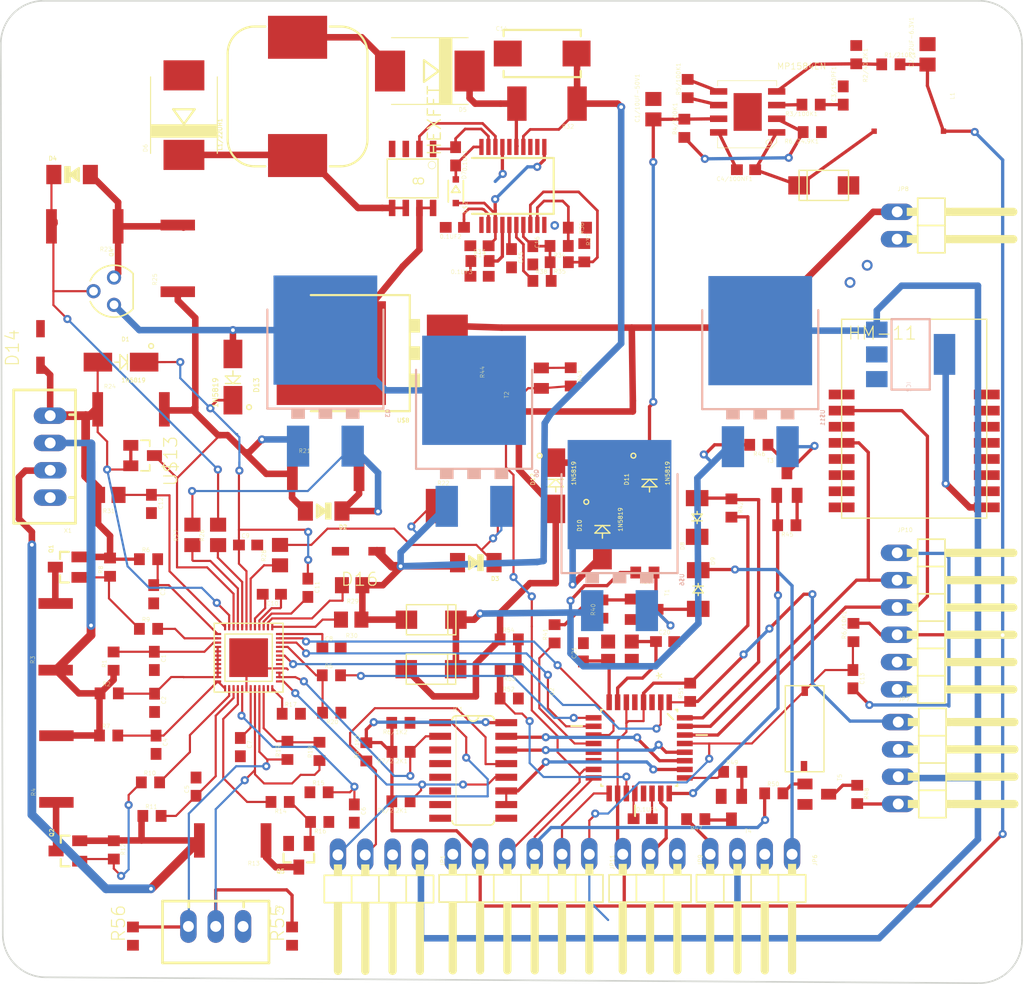
<source format=kicad_pcb>
(kicad_pcb (version 20211014) (generator pcbnew)
  (layers (0 "F.Cu" signal "Top") (31 "B.Cu" signal "Bottom") (34 "B.Paste" user) (35 "F.Paste" user) (36 "B.SilkS" user "B.Silkscreen") (37 "F.SilkS" user "F.Silkscreen") (38 "B.Mask" user) (39 "F.Mask" user) (44 "Edge.Cuts" user))
  (net 0 "")
  (net 1 "GND")
  (net 2 "Net-(C8-Pad1)")
  (net 3 "/BMS_EOC")
  (net 4 "/BMS_SD")
  (net 5 "Net-(R20-Pad2)")
  (net 6 "Net-(U$1-PadPSD)")
  (net 7 "/BMS_INT")
  (net 8 "Net-(U$1-PadDNC2)")
  (net 9 "/BMS_SDA")
  (net 10 "/BMS_SCL")
  (net 11 "Net-(C3-Pad1)")
  (net 12 "Net-(R9-Pad2)")
  (net 13 "Net-(C1-Pad1)")
  (net 14 "Net-(C2-Pad1)")
  (net 15 "Net-(C4-Pad1)")
  (net 16 "Net-(R30-Pad2)")
  (net 17 "Net-(R29-Pad2)")
  (net 18 "Net-(C11-Pad2)")
  (net 19 "Net-(C10-Pad1)")
  (net 20 "Net-(C10-Pad2)")
  (net 21 "/DFET")
  (net 22 "Net-(C11-Pad1)")
  (net 23 "/PCFET")
  (net 24 "/CFET")
  (net 25 "/PATH0")
  (net 26 "/CELL3")
  (net 27 "Net-(C12-Pad1)")
  (net 28 "Net-(R17-Pad1)")
  (net 29 "Net-(U$1-PadDNC)")
  (net 30 "Net-(R18-Pad2)")
  (net 31 "/XT2")
  (net 32 "/XT1")
  (net 33 "Net-(C7-Pad1)")
  (net 34 "Net-(C6-Pad1)")
  (net 35 "Net-(R14-Pad2)")
  (net 36 "Net-(C5-Pad1)")
  (net 37 "Net-(R10-Pad2)")
  (net 38 "/CELL2")
  (net 39 "Net-(Q1-Pad3)")
  (net 40 "Net-(Q2-Pad3)")
  (net 41 "Net-(D4-PadA)")
  (net 42 "Net-(D4-PadC)")
  (net 43 "/PATH")
  (net 44 "Net-(Q1-Pad1)")
  (net 45 "Net-(Q2-Pad1)")
  (net 46 "/CELL1")
  (net 47 "Net-(Q5-Pad3)")
  (net 48 "Net-(Q5-Pad1)")
  (net 49 "/BMS_FETS_OFF")
  (net 50 "Net-(D2-PadC)")
  (net 51 "/BMS_DISCHARGE_OUT")
  (net 52 "Net-(D3-PadC)")
  (net 53 "/POWER_SWITCH_PIN")
  (net 54 "/HM10_RX")
  (net 55 "/HM10_TX")
  (net 56 "/RESET")
  (net 57 "/SCL")
  (net 58 "/SDA")
  (net 59 "/I2C_MUX_S0_S1")
  (net 60 "/PWR_SW_LED_PIN")
  (net 61 "/LOAD_PWR_FET_GATE")
  (net 62 "/STATUS_RGB_PIN")
  (net 63 "/AREF")
  (net 64 "/DC_SENSE")
  (net 65 "/VCC")
  (net 66 "/SCK")
  (net 67 "/MISO/ATTENTION_SW_LED_PIN")
  (net 68 "/MOSI/CHR_PWR_FET_GATE")
  (net 69 "Net-(U2-Pad14)")
  (net 70 "Net-(U2-Pad13)")
  (net 71 "/PWR_LATCH_PIN")
  (net 72 "/XTAL2")
  (net 73 "/XTAL1")
  (net 74 "/ATN_SW_C/ATTENTION_SWITCH_PIN")
  (net 75 "/DTR")
  (net 76 "/BST")
  (net 77 "Net-(0.1UF1-Pad1)")
  (net 78 "Net-(U$2-Pad18)")
  (net 79 "Net-(U$2-Pad17)")
  (net 80 "Net-(D5-PadC)")
  (net 81 "Net-(U$2-Pad13)")
  (net 82 "/VL")
  (net 83 "Net-(R34-Pad1)")
  (net 84 "Net-(R35-Pad1)")
  (net 85 "/THM/SHDN")
  (net 86 "Net-(R38-Pad1)")
  (net 87 "Net-(C15-Pad1)")
  (net 88 "Net-(R33-Pad2)")
  (net 89 "/CHARGER_DC_IN")
  (net 90 "Net-(D5-PadA)")
  (net 91 "Net-(0.1UF3-Pad1)")
  (net 92 "/DIODE_SW_OUT_VOLTAGE")
  (net 93 "Net-(R40-Pad2)")
  (net 94 "Net-(D9-PadA)")
  (net 95 "/PWR_LATCH_OUT_VOLTAGE")
  (net 96 "/DC_JACK_IN")
  (net 97 "/PWR_SW_C")
  (net 98 "Net-(D10-PadCATHODE)")
  (net 99 "/REG_CONTROLLER_PWR")
  (net 100 "Net-(R44-Pad1)")
  (net 101 "/FB")
  (net 102 "/N2")
  (net 103 "/EN")
  (net 104 "/N1")
  (net 105 "/LOAD_SDA")
  (net 106 "/LOAD_SCL")
  (net 107 "/LOAD_PWR")
  (net 108 "Net-(R46-Pad1)")
  (net 109 "Net-(R49-Pad2)")
  (net 110 "Net-(R47-Pad1)")
  (net 111 "Net-(R50-Pad2)")
  (net 112 "Net-(R48-Pad1)")
  (net 113 "/PWR_SW_LED-")
  (net 114 "/ATN_SW_LED-")
  (net 115 "Net-(IC1-Pad5)")
  (net 116 "Net-(IC1-Pad3)")
  (net 117 "Net-(U$12-PadUART_RTS)")
  (net 118 "Net-(U$12-PadUART_CTS)")
  (net 119 "Net-(U$12-PadNC@8)")
  (net 120 "Net-(U$12-PadNC@7)")
  (net 121 "Net-(U$12-PadNC@6)")
  (net 122 "Net-(U$12-PadNC@5)")
  (net 123 "/BT_VOLT_REG_OUT")
  (net 124 "Net-(U$12-PadPIO0)")
  (net 125 "Net-(U$12-PadPIO1)")
  (net 126 "Net-(U$12-PadNC@10)")
  (net 127 "Net-(U$12-PadRESETB)")
  (net 128 "Net-(U$12-PadPIO2)")
  (net 129 "Net-(U$12-PadPIO3)")
  (net 130 "Net-(R53-Pad1)")
  (net 131 "Net-(U$13-Pad2)")
  (net 132 "Net-(U$13-Pad3)")
  (net 133 "Net-(C4/100NF1-Pad2)")
  (net 134 "Net-(R5/100K1-Pad1)")
  (net 135 "Net-(C3/150PF1-Pad1)")
  (footprint "ANI_MAIN_BOARD:C0603" (layer "F.Cu") (at 160.716685 135.396191)
    (fp_text reference "0.1UF4")
    (fp_text value "0.1uf")
  )
  (footprint "ANI_MAIN_BOARD:C0603" (layer "F.Cu") (at 143.31 73.78 -90)
    (fp_text reference "0.1UF1")
    (fp_text value "0.1uf")
  )
  (footprint "ANI_MAIN_BOARD:C0603" (layer "F.Cu") (at 143.24 80.39 180)
    (fp_text reference "0.1UF2")
    (fp_text value "0.1uf")
  )
  (footprint "ANI_MAIN_BOARD:C0603" (layer "F.Cu") (at 145.54 84.94)
    (fp_text reference "0.1UF3")
    (fp_text value "0.1uf")
  )
  (footprint "ANI_MAIN_BOARD:C0603" (layer "F.Cu") (at 115.286685 120.716191 -90)
    (fp_text reference "C1")
    (fp_text value "47nf")
  )
  (footprint "ANI_MAIN_BOARD:C0805" (layer "F.Cu") (at 161.706685 69.396191 90)
    (fp_text reference "C1/10UF-50V1")
    (fp_text value "10uf")
  )
  (footprint "ANI_MAIN_BOARD:C0603" (layer "F.Cu") (at 126.216685 114.516191 180)
    (fp_text reference "C10")
    (fp_text value "4.7nf")
  )
  (footprint "ANI_MAIN_BOARD:C0603" (layer "F.Cu") (at 129.566685 113.916191 -90)
    (fp_text reference "C11")
    (fp_text value "4.7nf")
  )
  (footprint "ANI_MAIN_BOARD:C0603" (layer "F.Cu") (at 115.016685 106.116191 -90)
    (fp_text reference "C12")
    (fp_text value "2.2uf")
  )
  (footprint "ANI_MAIN_BOARD:C0603" (layer "F.Cu") (at 180.266685 122.416191 -90)
    (fp_text reference "C13")
    (fp_text value "0.1uf")
  )
  (footprint "ANI_MAIN_BOARD:CT7343" (layer "F.Cu") (at 151.36 64.22)
    (fp_text reference "C14")
    (fp_text value "68uf/20v")
  )
  (footprint "ANI_MAIN_BOARD:C0603" (layer "F.Cu") (at 150.49 82.99 -90)
    (fp_text reference "C16")
    (fp_text value "0.1uf")
  )
  (footprint "ANI_MAIN_BOARD:C0603" (layer "F.Cu") (at 145.53 82.1 180)
    (fp_text reference "C17")
    (fp_text value "4.7uf")
  )
  (footprint "ANI_MAIN_BOARD:C0603" (layer "F.Cu") (at 115.306685 124.616191 -90)
    (fp_text reference "C2")
    (fp_text value "47nf")
  )
  (footprint "ANI_MAIN_BOARD:C0805" (layer "F.Cu") (at 187.206685 64.296191 90)
    (fp_text reference "C2/22UF-6.3V1")
    (fp_text value "22uf")
  )
  (footprint "ANI_MAIN_BOARD:C0603" (layer "F.Cu") (at 115.226685 114.516191 -90)
    (fp_text reference "C3")
    (fp_text value "47nf")
  )
  (footprint "ANI_MAIN_BOARD:C0603" (layer "F.Cu") (at 179.366685 68.126191 90)
    (fp_text reference "C3/150PF1")
    (fp_text value "150pf")
  )
  (footprint "ANI_MAIN_BOARD:C0603" (layer "F.Cu") (at 115.446685 128.516191 -90)
    (fp_text reference "C4")
    (fp_text value "47nf")
  )
  (footprint "ANI_MAIN_BOARD:C0603" (layer "F.Cu") (at 170.326685 75.026191 180)
    (fp_text reference "C4/100NF1")
    (fp_text value "100nf")
  )
  (footprint "ANI_MAIN_BOARD:C0603" (layer "F.Cu") (at 119.166685 132.416191 90)
    (fp_text reference "C5")
    (fp_text value "47nf")
  )
  (footprint "ANI_MAIN_BOARD:C0603" (layer "F.Cu") (at 133.886685 134.916191 -90)
    (fp_text reference "C6")
    (fp_text value "47nf")
  )
  (footprint "ANI_MAIN_BOARD:C0603" (layer "F.Cu") (at 123.286685 128.736191 -90)
    (fp_text reference "C7")
    (fp_text value "1uf")
  )
  (footprint "ANI_MAIN_BOARD:C0603" (layer "F.Cu") (at 131.766685 119.516191)
    (fp_text reference "C8")
    (fp_text value "2.2uf")
  )
  (footprint "ANI_MAIN_BOARD:C0603" (layer "F.Cu") (at 124.006685 109.936191)
    (fp_text reference "C9")
    (fp_text value "1uf")
  )
  (footprint "ANI_MAIN_BOARD:DO214" (layer "F.Cu") (at 112.186685 92.926191)
    (fp_text reference "D1")
    (fp_text value "1N5819")
  )
  (footprint "ANI_MAIN_BOARD:DO214" (layer "F.Cu") (at 156.966685 108.726191 90)
    (fp_text reference "D10")
    (fp_text value "1N5819")
  )
  (footprint "ANI_MAIN_BOARD:DO214" (layer "F.Cu") (at 161.346685 104.426191 90)
    (fp_text reference "D11")
    (fp_text value "1N5819")
  )
  (footprint "ANI_MAIN_BOARD:DO214" (layer "F.Cu") (at 152.626685 104.426191 90)
    (fp_text reference "D12")
    (fp_text value "1N5819")
  )
  (footprint "ANI_MAIN_BOARD:SOD80C" (layer "F.Cu") (at 131.036685 106.776191 180)
    (fp_text reference "D2")
    (fp_text value "18v")
  )
  (footprint "ANI_MAIN_BOARD:SOD80C" (layer "F.Cu") (at 145.186685 111.576191 180)
    (fp_text reference "D3")
    (fp_text value "18v")
  )
  (footprint "ANI_MAIN_BOARD:SOD80C" (layer "F.Cu") (at 107.636685 75.476191)
    (fp_text reference "D4")
    (fp_text value "18v")
  )
  (footprint "ANI_MAIN_BOARD:SMC" (layer "F.Cu") (at 140.91 65.85 180)
    (fp_text reference "D5")
    (fp_text value "MBRS30T3")
  )
  (footprint "ANI_MAIN_BOARD:SMC" (layer "F.Cu") (at 118.04 69.95 90)
    (fp_text reference "D6")
    (fp_text value "MBRS30T3")
  )
  (footprint "ANI_MAIN_BOARD:SOD323-R" (layer "F.Cu") (at 143.33 77.03 -90)
    (fp_text reference "D7")
    (fp_text value "1N4148")
  )
  (footprint "ANI_MAIN_BOARD:SOD-123_MINI-SMA" (layer "F.Cu") (at 165.776685 107.376191 90)
    (fp_text reference "D8")
    (fp_text value "CGRM400-G")
  )
  (footprint "ANI_MAIN_BOARD:SOD-123_MINI-SMA" (layer "F.Cu") (at 165.876685 114.076191 -90)
    (fp_text reference "D9")
    (fp_text value "CGRM400-G")
  )
  (footprint "ANI_MAIN_BOARD:SO16" (layer "F.Cu") (at 144.946685 130.906191 -90)
    (fp_text reference "IC1")
    (fp_text value "744053D")
  )
  (footprint "ANI_MAIN_BOARD:1X04_90" (layer "F.Cu") (at 136.176685 142.566191 180)
    (fp_text reference "JP1")
    (fp_text value "LOAD_CONNECTOR")
  )
  (footprint "ANI_MAIN_BOARD:MSS7341" (layer "F.Cu") (at 185.466685 71.446191 -90)
    (fp_text reference "L1")
    (fp_text value "MSS7341/15UH/3A")
  )
  (footprint "ANI_MAIN_BOARD:CDRH127_LD" (layer "F.Cu") (at 128.61 68.21 90)
    (fp_text reference "L1/22UH1")
    (fp_text value "CDRH127_LD")
  )
  (footprint "ANI_MAIN_BOARD:SOT23" (layer "F.Cu") (at 107.176685 111.996191 90)
    (fp_text reference "Q1")
    (fp_text value "NDS0605")
  )
  (footprint "ANI_MAIN_BOARD:SOT23" (layer "F.Cu") (at 107.246685 138.396191 90)
    (fp_text reference "Q2")
    (fp_text value "NDS7002A")
  )
  (footprint "ANI_MAIN_BOARD:SOT54E" (layer "F.Cu") (at 111.536685 86.326191 90)
    (fp_text reference "Q4")
    (fp_text value "BS170")
  )
  (footprint "ANI_MAIN_BOARD:SOT23" (layer "F.Cu") (at 128.726685 138.796191 180)
    (fp_text reference "Q5")
    (fp_text value "NDS7002A")
  )
  (footprint "ANI_MAIN_BOARD:R0603" (layer "F.Cu") (at 111.496685 120.736191 90)
    (fp_text reference "R1")
    (fp_text value "1K")
  )
  (footprint "ANI_MAIN_BOARD:R0603" (layer "F.Cu") (at 183.796685 65.226191)
    (fp_text reference "R1/210K1")
    (fp_text value "210k")
  )
  (footprint "ANI_MAIN_BOARD:R0603" (layer "F.Cu") (at 114.926685 132.016191)
    (fp_text reference "R10")
    (fp_text value "10K")
  )
  (footprint "ANI_MAIN_BOARD:R0603" (layer "F.Cu") (at 115.066685 135.136191)
    (fp_text reference "R11")
    (fp_text value "1K")
  )
  (footprint "ANI_MAIN_BOARD:R0603" (layer "F.Cu") (at 111.516685 138.296191 -90)
    (fp_text reference "R12")
    (fp_text value "330K")
  )
  (footprint "ANI_MAIN_BOARD:R6332" (layer "F.Cu") (at 122.576685 137.416191 180)
    (fp_text reference "R13")
    (fp_text value "39ohm/3W")
  )
  (footprint "ANI_MAIN_BOARD:R0603" (layer "F.Cu") (at 126.986685 133.836191 180)
    (fp_text reference "R14")
    (fp_text value "10K")
  )
  (footprint "ANI_MAIN_BOARD:R0603" (layer "F.Cu") (at 130.606685 132.936191)
    (fp_text reference "R15")
    (fp_text value "1K")
  )
  (footprint "ANI_MAIN_BOARD:R0603" (layer "F.Cu") (at 130.666685 135.696191 180)
    (fp_text reference "R16")
    (fp_text value "330K")
  )
  (footprint "ANI_MAIN_BOARD:R0603" (layer "F.Cu") (at 128.026685 125.636191)
    (fp_text reference "R17")
    (fp_text value "1K")
  )
  (footprint "ANI_MAIN_BOARD:R0603" (layer "F.Cu") (at 130.646685 129.136191 90)
    (fp_text reference "R18")
    (fp_text value "22k")
  )
  (footprint "ANI_MAIN_BOARD:R0603" (layer "F.Cu") (at 127.666685 129.036191 90)
    (fp_text reference "R19")
    (fp_text value "22k")
  )
  (footprint "ANI_MAIN_BOARD:R0603" (layer "F.Cu") (at 111.086685 123.736191)
    (fp_text reference "R2")
    (fp_text value "1K")
  )
  (footprint "ANI_MAIN_BOARD:R0603" (layer "F.Cu") (at 180.576685 64.326191 -90)
    (fp_text reference "R2/40.2K1")
    (fp_text value "40.2k")
  )
  (footprint "ANI_MAIN_BOARD:R0603" (layer "F.Cu") (at 131.786685 125.536191 180)
    (fp_text reference "R20")
    (fp_text value "22k")
  )
  (footprint "ANI_MAIN_BOARD:R6332" (layer "F.Cu") (at 131.226685 103.316191)
    (fp_text reference "R21")
    (fp_text value "1M")
  )
  (footprint "ANI_MAIN_BOARD:R6332" (layer "F.Cu") (at 144.136685 106.316191)
    (fp_text reference "R22")
    (fp_text value "1M")
  )
  (footprint "ANI_MAIN_BOARD:R6332" (layer "F.Cu") (at 108.816685 80.296191 180)
    (fp_text reference "R23")
    (fp_text value "1M")
  )
  (footprint "ANI_MAIN_BOARD:R6332" (layer "F.Cu") (at 113.116685 97.316191)
    (fp_text reference "R24")
    (fp_text value "1milli/3W")
  )
  (footprint "ANI_MAIN_BOARD:R6332" (layer "F.Cu") (at 117.466685 83.276191 90)
    (fp_text reference "R25")
    (fp_text value "200ohm/1W")
  )
  (footprint "ANI_MAIN_BOARD:R0805" (layer "F.Cu") (at 121.216685 108.996191 90)
    (fp_text reference "R26")
    (fp_text value "100ohm")
  )
  (footprint "ANI_MAIN_BOARD:R0805" (layer "F.Cu") (at 118.826685 108.996191 90)
    (fp_text reference "R27")
    (fp_text value "100ohm")
  )
  (footprint "ANI_MAIN_BOARD:R0805" (layer "F.Cu") (at 126.976685 110.876191 90)
    (fp_text reference "R28")
    (fp_text value "100ohm")
  )
  (footprint "ANI_MAIN_BOARD:R0805" (layer "F.Cu") (at 133.686685 113.676191 180)
    (fp_text reference "R29")
    (fp_text value "100ohm")
  )
  (footprint "ANI_MAIN_BOARD:R6332" (layer "F.Cu") (at 106.106685 118.476191 90)
    (fp_text reference "R3")
    (fp_text value "39ohm/3W")
  )
  (footprint "ANI_MAIN_BOARD:R0603" (layer "F.Cu") (at 176.376685 68.976191 180)
    (fp_text reference "R3/100K1")
    (fp_text value "100k")
  )
  (footprint "ANI_MAIN_BOARD:R0805" (layer "F.Cu") (at 133.596685 116.876191 180)
    (fp_text reference "R30")
    (fp_text value "100ohm")
  )
  (footprint "ANI_MAIN_BOARD:R0805" (layer "F.Cu") (at 111.006685 105.276191 180)
    (fp_text reference "R31")
    (fp_text value "100ohm")
  )
  (footprint "ANI_MAIN_BOARD:R2512" (layer "F.Cu") (at 151.81 68.88 180)
    (fp_text reference "R32")
    (fp_text value "0.1ohm/1W")
  )
  (footprint "ANI_MAIN_BOARD:R0603" (layer "F.Cu") (at 145.58 83.52)
    (fp_text reference "R33")
    (fp_text value "10K")
  )
  (footprint "ANI_MAIN_BOARD:R0603" (layer "F.Cu") (at 152.95 83.63 180)
    (fp_text reference "R35")
    (fp_text value "100K")
  )
  (footprint "ANI_MAIN_BOARD:R0603" (layer "F.Cu") (at 155.28 82.75 -90)
    (fp_text reference "R37")
    (fp_text value "100K")
  )
  (footprint "ANI_MAIN_BOARD:R0603" (layer "F.Cu") (at 151.35 85.37)
    (fp_text reference "R38")
    (fp_text value "10K")
  )
  (footprint "ANI_MAIN_BOARD:R0603" (layer "F.Cu") (at 160.916685 112.496191 180)
    (fp_text reference "R39")
    (fp_text value "100K")
  )
  (footprint "ANI_MAIN_BOARD:R6332" (layer "F.Cu") (at 106.176685 130.776191 90)
    (fp_text reference "R4")
    (fp_text value "39ohm/3W")
  )
  (footprint "ANI_MAIN_BOARD:R0603" (layer "F.Cu") (at 164.586685 71.176191 90)
    (fp_text reference "R4/100K1")
    (fp_text value "100k")
  )
  (footprint "ANI_MAIN_BOARD:R0603" (layer "F.Cu") (at 156.966685 115.896191 90)
    (fp_text reference "R40")
    (fp_text value "100K")
  )
  (footprint "ANI_MAIN_BOARD:R0603" (layer "F.Cu") (at 152.516685 118.196191 90)
    (fp_text reference "R41")
    (fp_text value "100K")
  )
  (footprint "ANI_MAIN_BOARD:R0603" (layer "F.Cu") (at 168.966685 106.496191 -90)
    (fp_text reference "R42")
    (fp_text value "100K")
  )
  (footprint "ANI_MAIN_BOARD:R0603" (layer "F.Cu") (at 154.016685 94.296191 -90)
    (fp_text reference "R43")
    (fp_text value "100K")
  )
  (footprint "ANI_MAIN_BOARD:R0603" (layer "F.Cu") (at 146.666685 93.796191 90)
    (fp_text reference "R44")
    (fp_text value "100K")
  )
  (footprint "ANI_MAIN_BOARD:R0603" (layer "F.Cu") (at 174.116685 108.096191 180)
    (fp_text reference "R45")
    (fp_text value "100K")
  )
  (footprint "ANI_MAIN_BOARD:R0603" (layer "F.Cu") (at 171.516685 100.616191 180)
    (fp_text reference "R46")
    (fp_text value "100K")
  )
  (footprint "ANI_MAIN_BOARD:R0603" (layer "F.Cu") (at 165.646685 135.436191 180)
    (fp_text reference "R47")
    (fp_text value "1K")
  )
  (footprint "ANI_MAIN_BOARD:R0603" (layer "F.Cu") (at 180.666685 133.136191 -90)
    (fp_text reference "R48")
    (fp_text value "1K")
  )
  (footprint "ANI_MAIN_BOARD:R0603" (layer "F.Cu") (at 169.086685 131.036191)
    (fp_text reference "R49")
    (fp_text value "10K")
  )
  (footprint "ANI_MAIN_BOARD:R0603" (layer "F.Cu") (at 131.756685 122.056191)
    (fp_text reference "R5")
    (fp_text value "1K")
  )
  (footprint "ANI_MAIN_BOARD:R0603" (layer "F.Cu") (at 164.896685 67.476191 90)
    (fp_text reference "R5/100K1")
    (fp_text value "100k")
  )
  (footprint "ANI_MAIN_BOARD:R0603" (layer "F.Cu") (at 172.906685 133.036191)
    (fp_text reference "R50")
    (fp_text value "10K")
  )
  (footprint "ANI_MAIN_BOARD:R0603" (layer "F.Cu") (at 165.126685 123.636191 90)
    (fp_text reference "R51")
    (fp_text value "10K")
  )
  (footprint "ANI_MAIN_BOARD:R0603" (layer "F.Cu") (at 114.746685 111.256191)
    (fp_text reference "R6")
    (fp_text value "1K")
  )
  (footprint "ANI_MAIN_BOARD:R0603" (layer "F.Cu") (at 180.316685 118.076191 90)
    (fp_text reference "R6/10K1")
    (fp_text value "10k")
  )
  (footprint "ANI_MAIN_BOARD:R0603" (layer "F.Cu") (at 135.006685 129.176191 90)
    (fp_text reference "R6/1K1")
    (fp_text value "1k")
  )
  (footprint "ANI_MAIN_BOARD:R0603" (layer "F.Cu") (at 138.216685 126.476191 180)
    (fp_text reference "R6/1K2")
    (fp_text value "1k")
  )
  (footprint "ANI_MAIN_BOARD:R0603" (layer "F.Cu") (at 138.226685 133.776191 180)
    (fp_text reference "R6/2.2K1")
    (fp_text value "2.2k")
  )
  (footprint "ANI_MAIN_BOARD:R0603" (layer "F.Cu") (at 176.486685 71.526191 180)
    (fp_text reference "R6/24.9K1")
    (fp_text value "24.9k")
  )
  (footprint "ANI_MAIN_BOARD:R0603" (layer "F.Cu") (at 111.036685 127.656191)
    (fp_text reference "R7")
    (fp_text value "1K")
  )
  (footprint "ANI_MAIN_BOARD:R0603" (layer "F.Cu") (at 138.236685 129.176191 180)
    (fp_text reference "R7/2.2K1")
    (fp_text value "2.2k")
  )
  (footprint "ANI_MAIN_BOARD:R0603" (layer "F.Cu") (at 111.166685 111.996191 90)
    (fp_text reference "R8")
    (fp_text value "330K")
  )
  (footprint "ANI_MAIN_BOARD:R0603" (layer "F.Cu") (at 114.746685 117.736191)
    (fp_text reference "R9")
    (fp_text value "10K")
  )
  (footprint "ANI_MAIN_BOARD:SMA-SS34" (layer "F.Cu") (at 179.856685 77.886191 180)
    (fp_text reference "SS34" hide)
    (fp_text value "SMA-SS34" hide)
  )
  (footprint "ANI_MAIN_BOARD:SOT23-BEC" (layer "F.Cu") (at 160.846685 115.916191 -90)
    (fp_text reference "T1")
    (fp_text value "NPN_3904")
  )
  (footprint "ANI_MAIN_BOARD:SOT23-BEC" (layer "F.Cu") (at 150.186685 94.416191 90)
    (fp_text reference "T2")
    (fp_text value "NPN_3904")
  )
  (footprint "ANI_MAIN_BOARD:SOT23-BEC" (layer "F.Cu") (at 174.126685 104.216191)
    (fp_text reference "T3")
    (fp_text value "NPN_3904")
  )
  (footprint "ANI_MAIN_BOARD:SOT23-BEC" (layer "F.Cu") (at 168.966685 134.416191 180)
    (fp_text reference "T4")
    (fp_text value "NPN_3904")
  )
  (footprint "ANI_MAIN_BOARD:SOT23-BEC" (layer "F.Cu") (at 176.906685 133.116191 -90)
    (fp_text reference "T5")
    (fp_text value "NPN_3904")
  )
  (footprint "ANI_MAIN_BOARD:ISL94203" (layer "F.Cu") (at 120.856685 123.616191)
    (fp_text reference "U$1" hide)
    (fp_text value "ISL94203" hide)
  )
  (footprint "ANI_MAIN_BOARD:HM-11" (layer "F.Cu") (at 186.216685 101.936191)
    (fp_text reference "U$12" hide)
    (fp_text value "HM-11" hide)
  )
  (footprint "ANI_MAIN_BOARD:SSOP20" (layer "F.Cu") (at 148.636685 76.536191)
    (fp_text reference "U$2")
    (fp_text value "MAX745")
  )
  (footprint "ANI_MAIN_BOARD:SO-8" (layer "F.Cu") (at 139.31 75.84 -90)
    (fp_text reference "U$3" hide)
    (fp_text value "IRF7303" hide)
  )
  (footprint "ANI_MAIN_BOARD:SMA-SS34" (layer "F.Cu") (at 138.736685 115.486191)
    (fp_text reference "U$4" hide)
    (fp_text value "SMA-SS34" hide)
  )
  (footprint "ANI_MAIN_BOARD:RST_SW_3.6X8_0.6X1MM" (layer "F.Cu") (at 177.576685 131.026191 90)
    (fp_text reference "U$5" hide)
    (fp_text value "RST_SW_3.6X8_0.6X1MM" hide)
  )
  (footprint "ANI_MAIN_BOARD:SMA-SS34" (layer "F.Cu") (at 138.716685 120.086191)
    (fp_text reference "U$7" hide)
    (fp_text value "SMA-SS34" hide)
  )
  (footprint "ANI_MAIN_BOARD:D2PAK" (layer "F.Cu") (at 134.286685 92.086191 90)
    (fp_text reference "U$8")
    (fp_text value "IRF9540")
  )
  (footprint "ANI_MAIN_BOARD:SOP-8" (layer "F.Cu") (at 173.176685 67.746191 180)
    (fp_text reference "U$9" hide)
    (fp_text value "MP1584EN" hide)
  )
  (footprint "ANI_MAIN_BOARD:QFP80P900X900X120-32N" (layer "F.Cu") (at 160.386685 128.806191 -90)
    (fp_text reference "U2")
    (fp_text value "ATMEGA328P-AU")
  )
  (footprint "ANI_MAIN_BOARD:1X02_90" (layer "F.Cu") (at 188.196685 80.216191 -90)
    (fp_text reference "JP8")
    (fp_text value "DC_INPUT")
  )
  (footprint "ANI_MAIN_BOARD:1X03_90" (layer "F.Cu") (at 161.396685 142.516191 180)
    (fp_text reference "JP9")
    (fp_text value "STATUS_LED")
  )
  (footprint "ANI_MAIN_BOARD:1X06_90" (layer "F.Cu") (at 188.196685 117.016191 -90)
    (fp_text reference "JP10")
    (fp_text value "PROG")
  )
  (footprint "ANI_MAIN_BOARD:1X06_90" (layer "F.Cu") (at 149.396685 142.516191 180)
    (fp_text reference "JP11")
    (fp_text value "SPI")
  )
  (footprint "ANI_MAIN_BOARD:1X04_90" (layer "F.Cu") (at 170.796685 142.516191 180)
    (fp_text reference "JP6")
    (fp_text value "POWER_SWITCH_CONNECTOR")
  )
  (footprint "ANI_MAIN_BOARD:1X04_90" (layer "F.Cu") (at 188.296685 130.216191 -90)
    (fp_text reference "JP7")
    (fp_text value "ATTENTION_SWITCH_CONNECTOR")
  )
  (footprint "ANI_MAIN_BOARD:R0603" (layer "F.Cu") (at 148.296685 124.216191)
    (fp_text reference "R52")
    (fp_text value "1M")
  )
  (footprint "ANI_MAIN_BOARD:R0603" (layer "F.Cu") (at 148.296685 121.516191 180)
    (fp_text reference "R53")
    (fp_text value "3M")
  )
  (footprint "ANI_MAIN_BOARD:R0603" (layer "F.Cu") (at 148.296685 118.716191)
    (fp_text reference "R54")
    (fp_text value "3M")
  )
  (footprint "ANI_MAIN_BOARD:JST-XH-04-PACKAGE-LONG-PAD" (layer "F.Cu") (at 105.596685 101.716191 90)
    (fp_text reference "X1")
    (fp_text value "JST-XH-04-PIN-LONG-PAD")
  )
  (footprint "ANI_MAIN_BOARD:JST-XH-03-PACKAGE-LONG-PAD" (layer "F.Cu") (at 120.996685 145.416191 180)
    (fp_text reference "X2")
    (fp_text value "JST-XH-03-PIN-LONG-PAD")
  )
  (footprint "ANI_MAIN_BOARD:C3BA" (layer "F.Cu") (at 158.596685 119.816191)
    (fp_text reference "U$10" hide)
    (fp_text value "C3BA_CRYSTAL" hide)
  )
  (footprint "ANI_MAIN_BOARD:C0603" (layer "F.Cu") (at 162.796685 118.916191)
    (fp_text reference "C20")
    (fp_text value "22pf")
  )
  (footprint "ANI_MAIN_BOARD:C0603" (layer "F.Cu") (at 155.196685 119.916191 90)
    (fp_text reference "C21")
    (fp_text value "22pf")
  )
  (footprint "ANI_MAIN_BOARD:DO214" (layer "F.Cu") (at 122.596685 94.316191 -90)
    (fp_text reference "D13")
    (fp_text value "1N5819")
  )
  (footprint "ANI_MAIN_BOARD:SOT23" (layer "F.Cu") (at 114.196685 101.616191 -90)
    (fp_text reference "U$13")
    (fp_text value "MMBD7000")
  )
  (footprint "ANI_MAIN_BOARD:SOD123" (layer "F.Cu") (at 104.696685 91.516191 90)
    (fp_text reference "D14")
    (fp_text value "D-SOD123")
  )
  (footprint "ANI_MAIN_BOARD:SOD123" (layer "F.Cu") (at 134.296685 110.516191 180)
    (fp_text reference "D16")
    (fp_text value "D-SOD123")
  )
  (footprint "ANI_MAIN_BOARD:R0603" (layer "F.Cu") (at 128.096685 146.316191 90)
    (fp_text reference "R55")
    (fp_text value "10K")
  )
  (footprint "ANI_MAIN_BOARD:R0603" (layer "F.Cu") (at 113.296685 146.316191 90)
    (fp_text reference "R56")
    (fp_text value "10K")
  )
  (footprint "ANI_MAIN_BOARD:C0603" (layer "F.Cu") (at 148.51 83.26 -90)
    (fp_text reference "C15")
    (fp_text value "47nf")
  )
  (footprint "ANI_MAIN_BOARD:R0603" (layer "F.Cu") (at 152.94 82.12 180)
    (fp_text reference "R34")
    (fp_text value "100K")
  )
  (footprint "ANI_MAIN_BOARD:R0603" (layer "F.Cu") (at 154.64 80.42 180)
    (fp_text reference "R36")
    (fp_text value "100K")
  )
  (footprint "" (layer "F.Cu") (at 105.996685 64.816191)
    (fp_text reference "@HOLE3" hide)
    (fp_text value "")
  )
  (footprint "" (layer "F.Cu") (at 129.596685 80.016191)
    (fp_text reference "@HOLE0" hide)
    (fp_text value "")
  )
  (footprint "" (layer "F.Cu") (at 166.496685 80.016191)
    (fp_text reference "@HOLE1" hide)
    (fp_text value "")
  )
  (footprint "" (layer "F.Cu") (at 106.996685 144.916191)
    (fp_text reference "@HOLE2" hide)
    (fp_text value "")
  )
  (footprint "" (layer "F.Cu") (at 190.896685 145.016191)
    (fp_text reference "@HOLE4" hide)
    (fp_text value "")
  )
  (footprint "" (layer "F.Cu") (at 191.096685 65.116191)
    (fp_text reference "@HOLE5" hide)
    (fp_text value "")
  )
  (footprint "ANI_MAIN_BOARD:SOT223" (layer "B.Cu") (at 185.636685 92.206191 90)
    (fp_text reference "IC2")
    (fp_text value "LD117A?S")
  )
  (footprint "ANI_MAIN_BOARD:D2PAK" (layer "B.Cu") (at 131.196685 92.486191 180)
    (fp_text reference "Q3")
    (fp_text value "IRF1010NS")
  )
  (footprint "ANI_MAIN_BOARD:D2PAK" (layer "B.Cu") (at 145.026685 98.086191 180)
    (fp_text reference "Q6")
    (fp_text value "IRF1010NS")
  )
  (footprint "ANI_MAIN_BOARD:D2PAK" (layer "B.Cu") (at 171.646685 92.536191 180)
    (fp_text reference "U$11")
    (fp_text value "IRF9540")
  )
  (footprint "ANI_MAIN_BOARD:D2PAK" (layer "B.Cu") (at 158.556685 107.786191 180)
    (fp_text reference "U$6")
    (fp_text value "IRF9540")
  )
  (gr_arc (start 101.005524 63.324639) (mid 102.174103 60.490752) (end 105.005516 59.316191) (layer "Edge.Cuts") (width 0.15))
  (gr_line (start 191.996685 59.316191) (end 105.005516 59.316191) (layer "Edge.Cuts") (width 0.15))
  (gr_arc (start 191.996685 59.316191) (mid 194.825112 60.487764) (end 195.996685 63.316191) (layer "Edge.Cuts") (width 0.15))
  (gr_line (start 101.005526 63.324638) (end 101.187951 146.155448) (layer "Edge.Cuts") (width 0.15))
  (gr_line (start 195.996685 146.69101) (end 195.996685 63.316191) (layer "Edge.Cuts") (width 0.15))
  (gr_line (start 105.162841 150.146212) (end 191.971585 150.690931) (layer "Edge.Cuts") (width 0.15))
  (gr_arc (start 195.996683 146.691011) (mid 194.816203 149.528278) (end 191.971585 150.690931) (layer "Edge.Cuts") (width 0.15))
  (gr_arc (start 105.16284 150.146211) (mid 102.353832 148.969125) (end 101.187951 146.155448) (layer "Edge.Cuts") (width 0.15))
  (segment (start 161.580485 135.382391) (end 161.580485 133.047991) (width 0.2) (layer "F.Cu") (net 1))
  (segment (start 123.856685 121.856191) (end 124.676685 121.036191) (width 0.2) (layer "F.Cu") (net 1))
  (segment (start 125.056685 121.416191) (end 124.676685 121.036191) (width 0.2) (layer "F.Cu") (net 1))
  (segment (start 124.676685 121.036191) (end 124.056685 120.416191) (width 0.2) (layer "F.Cu") (net 1))
  (segment (start 151.286685 93.466191) (end 154.016685 93.446191) (width 0.2) (layer "F.Cu") (net 1))
  (segment (start 161.566685 135.396191) (end 161.580485 135.382391) (width 0.2) (layer "F.Cu") (net 1))
  (segment (start 175.076685 105.316191) (end 175.076685 107.986191) (width 0.3048) (layer "F.Cu") (net 1))
  (segment (start 175.076685 107.986191) (end 174.966685 108.096191) (width 0.3048) (layer "F.Cu") (net 1))
  (segment (start 127.596685 121.416191) (end 127.696685 121.516191) (width 0.2) (layer "F.Cu") (net 1))
  (segment (start 126.926685 121.416191) (end 125.056685 121.416191) (width 0.2) (layer "F.Cu") (net 1))
  (segment (start 123.856685 123.296191) (end 123.856685 121.856191) (width 0.2) (layer "F.Cu") (net 1))
  (segment (start 164.896685 66.626191) (end 167.776685 67.746191) (width 0.3048) (layer "F.Cu") (net 1))
  (segment (start 126.926685 121.416191) (end 127.596685 121.416191) (width 0.2) (layer "F.Cu") (net 1))
  (via (at 179.996685 85.516191) (size 1.0064) (drill 0.6) (layers "F.Cu" "B.Cu") (net 1))
  (via (at 181.596685 83.916191) (size 1.0064) (drill 0.6) (layers "F.Cu" "B.Cu") (net 1))
  (via (at 152.53 80.21) (size 0.8) (drill 0.4) (layers "F.Cu" "B.Cu") (net 1))
  (segment (start 130.916685 118.236191) (end 130.916685 119.516191) (width 0.2) (layer "F.Cu") (net 2))
  (segment (start 126.926685 118.216191) (end 130.896685 118.216191) (width 0.2) (layer "F.Cu") (net 2))
  (segment (start 130.896685 118.216191) (end 130.916685 118.236191) (width 0.2) (layer "F.Cu") (net 2))
  (segment (start 126.926685 118.616191) (end 129.096685 118.616191) (width 0.2) (layer "F.Cu") (net 3))
  (segment (start 157.592885 127.612391) (end 156.144885 127.612391) (width 0.2) (layer "F.Cu") (net 3))
  (segment (start 157.596685 127.616191) (end 157.592885 127.612391) (width 0.2) (layer "F.Cu") (net 3))
  (segment (start 157.996685 127.216191) (end 157.996685 126.316191) (width 0.2) (layer "F.Cu") (net 3))
  (segment (start 157.996685 126.316191) (end 152.796685 121.116191) (width 0.2) (layer "F.Cu") (net 3))
  (segment (start 129.096685 118.616191) (end 129.396685 118.916191) (width 0.2) (layer "F.Cu") (net 3))
  (segment (start 157.596685 127.616191) (end 157.996685 127.216191) (width 0.2) (layer "F.Cu") (net 3))
  (via (at 152.796685 121.116191) (size 0.7564) (drill 0.35) (layers "F.Cu" "B.Cu") (net 3))
  (via (at 129.396685 118.916191) (size 0.7564) (drill 0.35) (layers "F.Cu" "B.Cu") (net 3))
  (segment (start 152.696685 121.116191) (end 152.796685 121.116191) (width 0.2) (layer "B.Cu") (net 3))
  (segment (start 150.596685 118.916191) (end 152.696685 121.016191) (width 0.2) (layer "B.Cu") (net 3))
  (segment (start 129.396685 118.916191) (end 150.596685 118.916191) (width 0.2) (layer "B.Cu") (net 3))
  (segment (start 152.696685 121.016191) (end 152.696685 121.116191) (width 0.2) (layer "B.Cu") (net 3))
  (segment (start 129.396685 119.916191) (end 129.396685 120.016191) (width 0.2) (layer "F.Cu") (net 4))
  (segment (start 151.896685 125.116191) (end 153.596685 126.816191) (width 0.2) (layer "F.Cu") (net 4))
  (segment (start 126.926685 119.016191) (end 128.496685 119.016191) (width 0.2) (layer "F.Cu") (net 4))
  (segment (start 151.896685 122.016191) (end 151.896685 125.116191) (width 0.2) (layer "F.Cu") (net 4))
  (segment (start 128.496685 119.016191) (end 129.396685 119.916191) (width 0.2) (layer "F.Cu") (net 4))
  (segment (start 153.613285 126.799591) (end 156.144885 126.799591) (width 0.2) (layer "F.Cu") (net 4))
  (segment (start 153.596685 126.816191) (end 153.613285 126.799591) (width 0.2) (layer "F.Cu") (net 4))
  (via (at 151.896685 122.016191) (size 0.7564) (drill 0.35) (layers "F.Cu" "B.Cu") (net 4))
  (via (at 129.396685 120.016191) (size 0.7564) (drill 0.35) (layers "F.Cu" "B.Cu") (net 4))
  (segment (start 129.396685 120.016191) (end 149.896685 120.016191) (width 0.2) (layer "B.Cu") (net 4))
  (segment (start 149.896685 120.016191) (end 151.896685 122.016191) (width 0.2) (layer "B.Cu") (net 4))
  (segment (start 130.336685 122.056191) (end 130.906685 122.056191) (width 0.2) (layer "F.Cu") (net 5))
  (segment (start 130.936685 125.536191) (end 130.936685 122.086191) (width 0.2) (layer "F.Cu") (net 5))
  (segment (start 130.936685 122.086191) (end 130.906685 122.056191) (width 0.2) (layer "F.Cu") (net 5))
  (segment (start 126.926685 119.416191) (end 127.696685 119.416191) (width 0.2) (layer "F.Cu") (net 5))
  (segment (start 127.696685 119.416191) (end 130.336685 122.056191) (width 0.2) (layer "F.Cu") (net 5))
  (segment (start 126.926685 120.226191) (end 127.406685 120.226191) (width 0.2) (layer "F.Cu") (net 7))
  (segment (start 162.393285 124.564391) (end 162.393285 126.619591) (width 0.2) (layer "F.Cu") (net 7))
  (segment (start 162.393285 126.619591) (end 161.996685 127.016191) (width 0.2) (layer "F.Cu") (net 7))
  (segment (start 128.296685 121.116191) (end 128.196685 121.016191) (width 0.2) (layer "F.Cu") (net 7))
  (segment (start 161.896685 127.116191) (end 161.996685 127.016191) (width 0.2) (layer "F.Cu") (net 7))
  (segment (start 127.406685 120.226191) (end 128.196685 121.016191) (width 0.2) (layer "F.Cu") (net 7))
  (via (at 161.996685 127.016191) (size 0.7564) (drill 0.35) (layers "F.Cu" "B.Cu") (net 7))
  (via (at 128.196685 121.016191) (size 0.7564) (drill 0.35) (layers "F.Cu" "B.Cu") (net 7))
  (segment (start 161.996685 127.016191) (end 158.496685 127.016191) (width 0.2) (layer "B.Cu") (net 7))
  (segment (start 128.196685 121.016191) (end 149.496685 121.016191) (width 0.2) (layer "B.Cu") (net 7))
  (segment (start 153.296685 124.816191) (end 149.496685 121.016191) (width 0.2) (layer "B.Cu") (net 7))
  (segment (start 156.296685 124.816191) (end 153.296685 124.816191) (width 0.2) (layer "B.Cu") (net 7))
  (segment (start 158.496685 127.016191) (end 156.296685 124.816191) (width 0.2) (layer "B.Cu") (net 7))
  (segment (start 141.873285 127.731191) (end 140.531685 127.731191) (width 0.2) (layer "F.Cu") (net 9))
  (segment (start 140.531685 127.731191) (end 139.086685 129.176191) (width 0.2) (layer "F.Cu") (net 9))
  (segment (start 126.926685 121.816191) (end 126.926685 122.226191) (width 0.2) (layer "F.Cu") (net 9))
  (segment (start 128.406685 122.226191) (end 129.196685 122.616191) (width 0.2) (layer "F.Cu") (net 9))
  (segment (start 126.926685 122.226191) (end 128.406685 122.226191) (width 0.2) (layer "F.Cu") (net 9))
  (segment (start 139.086685 131.406191) (end 139.086685 129.176191) (width 0.2) (layer "F.Cu") (net 9))
  (segment (start 139.096685 131.416191) (end 139.086685 131.406191) (width 0.2) (layer "F.Cu") (net 9))
  (via (at 129.196685 122.616191) (size 0.7564) (drill 0.35) (layers "F.Cu" "B.Cu") (net 9))
  (via (at 139.096685 131.416191) (size 0.7564) (drill 0.35) (layers "F.Cu" "B.Cu") (net 9))
  (segment (start 137.596685 131.416191) (end 139.096685 131.416191) (width 0.2) (layer "B.Cu") (net 9))
  (segment (start 129.196685 122.616191) (end 137.596685 131.416191) (width 0.2) (layer "B.Cu") (net 9))
  (segment (start 146.296685 132.216191) (end 146.996685 131.516191) (width 0.2) (layer "F.Cu") (net 10))
  (segment (start 146.996685 131.516191) (end 147.995085 131.516191) (width 0.2) (layer "F.Cu") (net 10))
  (segment (start 127.306685 122.626191) (end 128.396685 123.716191) (width 0.2) (layer "F.Cu") (net 10))
  (segment (start 140.096685 132.316191) (end 140.196685 132.216191) (width 0.2) (layer "F.Cu") (net 10))
  (segment (start 147.995085 131.516191) (end 148.020085 131.541191) (width 0.2) (layer "F.Cu") (net 10))
  (segment (start 143.996685 132.216191) (end 146.296685 132.216191) (width 0.2) (layer "F.Cu") (net 10))
  (segment (start 126.926685 122.626191) (end 127.306685 122.626191) (width 0.2) (layer "F.Cu") (net 10))
  (segment (start 140.096685 132.756191) (end 140.096685 132.316191) (width 0.2) (layer "F.Cu") (net 10))
  (segment (start 139.076685 133.776191) (end 140.096685 132.756191) (width 0.2) (layer "F.Cu") (net 10))
  (via (at 128.396685 123.716191) (size 0.7564) (drill 0.35) (layers "F.Cu" "B.Cu") (net 10))
  (via (at 143.996685 132.216191) (size 0.7564) (drill 0.35) (layers "F.Cu" "B.Cu") (net 10))
  (via (at 140.196685 132.216191) (size 0.7564) (drill 0.35) (layers "F.Cu" "B.Cu") (net 10))
  (segment (start 140.196685 132.216191) (end 143.996685 132.216191) (width 0.2) (layer "B.Cu") (net 10))
  (segment (start 140.196685 132.216191) (end 136.896685 132.216191) (width 0.2) (layer "B.Cu") (net 10))
  (segment (start 136.896685 132.216191) (end 128.396685 123.716191) (width 0.2) (layer "B.Cu") (net 10))
  (segment (start 115.226685 113.666191) (end 115.596685 113.296191) (width 0.2) (layer "F.Cu") (net 11))
  (segment (start 115.596685 113.296191) (end 115.596685 111.256191) (width 0.2) (layer "F.Cu") (net 11))
  (segment (start 116.626685 113.666191) (end 115.226685 113.666191) (width 0.2) (layer "F.Cu") (net 11))
  (segment (start 121.176685 118.216191) (end 116.626685 113.666191) (width 0.2) (layer "F.Cu") (net 11))
  (segment (start 121.176685 118.616191) (end 118.096685 118.616191) (width 0.2) (layer "F.Cu") (net 12))
  (segment (start 118.096685 118.616191) (end 117.216685 117.736191) (width 0.2) (layer "F.Cu") (net 12))
  (segment (start 117.216685 117.736191) (end 115.596685 117.736191) (width 0.2) (layer "F.Cu") (net 12))
  (segment (start 121.176685 119.016191) (end 120.794735 119.016191) (width 0.2) (layer "F.Cu") (net 13))
  (segment (start 111.516685 119.866191) (end 111.496685 119.886191) (width 0.2) (layer "F.Cu") (net 13))
  (segment (start 120.794735 119.016191) (end 119.944735 119.866191) (width 0.2) (layer "F.Cu") (net 13))
  (segment (start 119.944735 119.866191) (end 115.286685 119.866191) (width 0.2) (layer "F.Cu") (net 13))
  (segment (start 115.286685 119.866191) (end 111.516685 119.866191) (width 0.2) (layer "F.Cu") (net 13))
  (segment (start 115.306685 123.766191) (end 111.966685 123.766191) (width 0.2) (layer "F.Cu") (net 14))
  (segment (start 121.176685 121.416191) (end 121.176685 121.016191) (width 0.2) (layer "F.Cu") (net 14))
  (segment (start 118.006685 122.226191) (end 117.996685 122.216191) (width 0.2) (layer "F.Cu") (net 14))
  (segment (start 121.176685 121.016191) (end 121.176685 120.616191) (width 0.2) (layer "F.Cu") (net 14))
  (segment (start 121.176685 122.226191) (end 121.176685 121.816191) (width 0.2) (layer "F.Cu") (net 14))
  (segment (start 121.176685 119.826191) (end 121.176685 119.416191) (width 0.2) (layer "F.Cu") (net 14))
  (segment (start 117.996685 122.216191) (end 116.856685 122.216191) (width 0.2) (layer "F.Cu") (net 14))
  (segment (start 111.966685 123.766191) (end 111.936685 123.736191) (width 0.2) (layer "F.Cu") (net 14))
  (segment (start 121.176685 121.816191) (end 121.176685 121.416191) (width 0.2) (layer "F.Cu") (net 14))
  (segment (start 121.176685 120.616191) (end 121.176685 120.226191) (width 0.2) (layer "F.Cu") (net 14))
  (segment (start 116.856685 122.216191) (end 115.306685 123.766191) (width 0.2) (layer "F.Cu") (net 14))
  (segment (start 121.176685 120.226191) (end 121.176685 119.826191) (width 0.2) (layer "F.Cu") (net 14))
  (segment (start 121.176685 122.226191) (end 118.006685 122.226191) (width 0.2) (layer "F.Cu") (net 14))
  (segment (start 116.136685 127.666191) (end 115.446685 127.666191) (width 0.2) (layer "F.Cu") (net 15))
  (segment (start 115.446685 127.666191) (end 111.896685 127.666191) (width 0.2) (layer "F.Cu") (net 15))
  (segment (start 121.176685 122.626191) (end 121.091685 122.711191) (width 0.2) (layer "F.Cu") (net 15))
  (segment (start 121.281685 122.711191) (end 121.091685 122.711191) (width 0.2) (layer "F.Cu") (net 15))
  (segment (start 111.896685 127.666191) (end 111.886685 127.656191) (width 0.2) (layer "F.Cu") (net 15))
  (segment (start 121.866685 123.296191) (end 121.281685 122.711191) (width 0.2) (layer "F.Cu") (net 15))
  (segment (start 121.091685 122.711191) (end 116.136685 127.666191) (width 0.2) (layer "F.Cu") (net 15))
  (segment (start 130.936685 116.876191) (end 132.646685 116.876191) (width 0.2) (layer "F.Cu") (net 16))
  (segment (start 126.256685 117.546191) (end 130.266685 117.546191) (width 0.2) (layer "F.Cu") (net 16))
  (segment (start 130.266685 117.546191) (end 130.936685 116.876191) (width 0.2) (layer "F.Cu") (net 16))
  (segment (start 132.796685 115.116191) (end 132.796685 113.736191) (width 0.2) (layer "F.Cu") (net 17))
  (segment (start 131.596685 115.116191) (end 132.796685 115.116191) (width 0.2) (layer "F.Cu") (net 17))
  (segment (start 129.947497 116.765379) (end 131.596685 115.116191) (width 0.2) (layer "F.Cu") (net 17))
  (segment (start 125.856685 117.546191) (end 125.856685 117.154566) (width 0.2) (layer "F.Cu") (net 17))
  (segment (start 132.796685 113.736191) (end 132.736685 113.676191) (width 0.2) (layer "F.Cu") (net 17))
  (segment (start 125.856685 117.154566) (end 126.245872 116.765379) (width 0.2) (layer "F.Cu") (net 17))
  (segment (start 126.245872 116.765379) (end 129.947497 116.765379) (width 0.2) (layer "F.Cu") (net 17))
  (segment (start 128.016685 116.316191) (end 129.566685 114.766191) (width 0.2) (layer "F.Cu") (net 18))
  (segment (start 126.196685 116.316191) (end 128.016685 116.316191) (width 0.2) (layer "F.Cu") (net 18))
  (segment (start 125.456685 117.546191) (end 125.456685 117.056191) (width 0.2) (layer "F.Cu") (net 18))
  (segment (start 125.456685 117.056191) (end 126.196685 116.316191) (width 0.2) (layer "F.Cu") (net 18))
  (segment (start 125.056685 116.956191) (end 126.196685 115.816191) (width 0.2) (layer "F.Cu") (net 19))
  (segment (start 126.996685 115.816191) (end 127.066685 115.746191) (width 0.2) (layer "F.Cu") (net 19))
  (segment (start 125.056685 117.546191) (end 125.056685 116.956191) (width 0.2) (layer "F.Cu") (net 19))
  (segment (start 127.066685 115.746191) (end 127.066685 114.516191) (width 0.2) (layer "F.Cu") (net 19))
  (segment (start 126.196685 115.816191) (end 126.996685 115.816191) (width 0.2) (layer "F.Cu") (net 19))
  (segment (start 125.596685 114.746191) (end 125.366685 114.516191) (width 0.2) (layer "F.Cu") (net 20))
  (segment (start 125.596685 115.816191) (end 125.596685 114.746191) (width 0.2) (layer "F.Cu") (net 20))
  (segment (start 124.646685 117.546191) (end 124.646685 116.766191) (width 0.2) (layer "F.Cu") (net 20))
  (segment (start 124.646685 116.766191) (end 125.596685 115.816191) (width 0.2) (layer "F.Cu") (net 20))
  (segment (start 125.496685 111.816191) (end 125.506685 111.826191) (width 0.2) (layer "F.Cu") (net 21))
  (segment (start 124.246685 117.546191) (end 124.246685 113.066191) (width 0.2) (layer "F.Cu") (net 21))
  (segment (start 124.246685 113.066191) (end 125.496685 111.816191) (width 0.2) (layer "F.Cu") (net 21))
  (segment (start 125.506685 111.826191) (end 126.976685 111.826191) (width 0.2) (layer "F.Cu") (net 21))
  (segment (start 123.156685 109.936191) (end 123.156685 108.516191) (width 0.2) (layer "F.Cu") (net 22))
  (segment (start 123.156685 102.956191) (end 123.196685 102.916191) (width 0.2) (layer "F.Cu") (net 22))
  (segment (start 123.156685 108.516191) (end 129.396685 108.516191) (width 0.2) (layer "F.Cu") (net 22))
  (segment (start 123.156685 108.516191) (end 123.156685 102.956191) (width 0.2) (layer "F.Cu") (net 22))
  (segment (start 122.596685 96.466191) (end 121.146685 96.466191) (width 0.254) (layer "F.Cu") (net 22))
  (segment (start 123.856685 117.546191) (end 123.856685 112.376191) (width 0.2) (layer "F.Cu") (net 22))
  (segment (start 120.496685 97.116191) (end 120.496685 97.216195) (width 0.254) (layer "F.Cu") (net 22))
  (segment (start 123.156685 111.676191) (end 123.156685 109.936191) (width 0.2) (layer "F.Cu") (net 22))
  (segment (start 129.596685 111.316191) (end 129.566685 111.346191) (width 0.2) (layer "F.Cu") (net 22))
  (segment (start 129.396685 108.516191) (end 129.596685 108.716191) (width 0.2) (layer "F.Cu") (net 22))
  (segment (start 121.146685 96.466191) (end 120.496685 97.116191) (width 0.254) (layer "F.Cu") (net 22))
  (segment (start 123.196685 102.916191) (end 123.196685 103.016191) (width 0.2) (layer "F.Cu") (net 22))
  (segment (start 129.566685 111.346191) (end 129.566685 113.066191) (width 0.2) (layer "F.Cu") (net 22))
  (segment (start 114.606685 92.926191) (end 114.336685 92.926191) (width 0.2) (layer "F.Cu") (net 22))
  (segment (start 117.696685 92.916191) (end 114.606685 92.926191) (width 0.2) (layer "F.Cu") (net 22))
  (segment (start 123.856685 112.376191) (end 123.156685 111.676191) (width 0.2) (layer "F.Cu") (net 22))
  (via (at 117.696685 92.916191) (size 0.7564) (drill 0.35) (layers "F.Cu" "B.Cu") (net 22))
  (via (at 120.496685 97.216195) (size 0.7564) (drill 0.35) (layers "F.Cu" "B.Cu") (net 22))
  (via (at 129.596685 111.316191) (size 0.7564) (drill 0.35) (layers "F.Cu" "B.Cu") (net 22))
  (via (at 123.196685 103.016191) (size 0.7564) (drill 0.35) (layers "F.Cu" "B.Cu") (net 22))
  (via (at 129.596685 108.716191) (size 0.7564) (drill 0.35) (layers "F.Cu" "B.Cu") (net 22))
  (segment (start 129.596685 108.716191) (end 129.596685 111.316191) (width 0.2) (layer "B.Cu") (net 22))
  (segment (start 123.196685 99.916195) (end 122.896681 99.616191) (width 0.2) (layer "B.Cu") (net 22))
  (segment (start 122.896681 99.616191) (end 122.996685 99.616191) (width 0.2) (layer "B.Cu") (net 22))
  (segment (start 120.496685 97.216195) (end 117.696685 94.416195) (width 0.2) (layer "B.Cu") (net 22))
  (segment (start 123.196685 103.016191) (end 123.196685 102.216191) (width 0.2) (layer "B.Cu") (net 22))
  (segment (start 117.696685 94.416195) (end 117.696685 92.916191) (width 0.2) (layer "B.Cu") (net 22))
  (segment (start 122.896681 99.616191) (end 120.496685 97.216195) (width 0.2) (layer "B.Cu") (net 22))
  (segment (start 123.196685 103.016191) (end 123.196685 99.916195) (width 0.2) (layer "B.Cu") (net 22))
  (segment (start 123.456685 117.546191) (end 123.456685 113.376191) (width 0.2) (layer "F.Cu") (net 23))
  (segment (start 121.196685 109.966191) (end 121.216685 109.946191) (width 0.2) (layer "F.Cu") (net 23))
  (segment (start 123.456685 113.376191) (end 121.196685 111.116191) (width 0.2) (layer "F.Cu") (net 23))
  (segment (start 121.196685 111.116191) (end 121.196685 109.966191) (width 0.2) (layer "F.Cu") (net 23))
  (segment (start 123.056685 113.976191) (end 120.496685 111.416191) (width 0.2) (layer "F.Cu") (net 24))
  (segment (start 118.896685 111.416191) (end 118.826685 111.346191) (width 0.2) (layer "F.Cu") (net 24))
  (segment (start 120.496685 111.416191) (end 118.896685 111.416191) (width 0.2) (layer "F.Cu") (net 24))
  (segment (start 118.826685 111.346191) (end 118.826685 109.946191) (width 0.2) (layer "F.Cu") (net 24))
  (segment (start 123.056685 117.546191) (end 123.056685 113.976191) (width 0.2) (layer "F.Cu") (net 24))
  (segment (start 116.316685 97.416191) (end 116.216685 97.316191) (width 0.6096) (layer "F.Cu") (net 25))
  (segment (start 110.016685 97.316191) (end 110.016685 97.216191) (width 0.2) (layer "F.Cu") (net 26))
  (segment (start 105.596685 97.906191) (end 105.596685 94.116191) (width 0.6096) (layer "F.Cu") (net 26))
  (segment (start 108.896685 97.906191) (end 109.326685 97.906191) (width 0.8128) (layer "F.Cu") (net 26))
  (segment (start 110.896685 100.316191) (end 110.016685 99.436191) (width 0.2) (layer "F.Cu") (net 26))
  (segment (start 108.276685 111.046191) (end 111.066685 111.046191) (width 0.6096) (layer "F.Cu") (net 26))
  (segment (start 110.016685 92.946191) (end 110.036685 92.926191) (width 0.6096) (layer "F.Cu") (net 26))
  (segment (start 111.206685 111.256191) (end 110.996685 111.046191) (width 0.2) (layer "F.Cu") (net 26))
  (segment (start 111.166685 111.146191) (end 111.066685 111.046191) (width 0.6096) (layer "F.Cu") (net 26))
  (segment (start 111.166685 111.146191) (end 111.166685 109.086191) (width 0.6096) (layer "F.Cu") (net 26))
  (segment (start 110.056685 104.676191) (end 108.896685 103.516191) (width 0.8128) (layer "F.Cu") (net 26))
  (segment (start 110.693081 102.712588) (end 110.896685 102.916191) (width 0.2) (layer "F.Cu") (net 26))
  (segment (start 113.896685 111.256191) (end 111.276685 111.256191) (width 0.3048) (layer "F.Cu") (net 26))
  (segment (start 105.596685 97.906191) (end 108.896685 97.906191) (width 0.8128) (layer "F.Cu") (net 26))
  (segment (start 122.246685 117.546191) (end 122.246685 116.466191) (width 0.2) (layer "F.Cu") (net 26))
  (segment (start 110.016685 97.216191) (end 110.016685 92.946191) (width 0.2) (layer "F.Cu") (net 26))
  (segment (start 113.096685 100.666191) (end 113.096685 102.566191) (width 0.3048) (layer "F.Cu") (net 26))
  (segment (start 111.166685 111.146191) (end 111.206685 111.186191) (width 0.3048) (layer "F.Cu") (net 26))
  (segment (start 113.096685 102.566191) (end 112.746685 102.916191) (width 0.2) (layer "F.Cu") (net 26))
  (segment (start 112.746685 102.916191) (end 110.896685 102.916191) (width 0.2) (layer "F.Cu") (net 26))
  (segment (start 111.066685 111.046191) (end 111.276685 111.256191) (width 0.3048) (layer "F.Cu") (net 26))
  (segment (start 111.206685 111.186191) (end 111.206685 111.256191) (width 0.3048) (layer "F.Cu") (net 26))
  (segment (start 111.166685 109.086191) (end 110.056685 107.976191) (width 0.6096) (layer "F.Cu") (net 26))
  (segment (start 110.056685 105.276191) (end 110.056685 104.676191) (width 0.8128) (layer "F.Cu") (net 26))
  (segment (start 105.596685 94.116191) (end 104.696685 93.216191) (width 0.6096) (layer "F.Cu") (net 26))
  (segment (start 108.896685 103.516191) (end 108.896685 97.906191) (width 0.8128) (layer "F.Cu") (net 26))
  (segment (start 110.056685 107.976191) (end 110.056685 105.276191) (width 0.6096) (layer "F.Cu") (net 26))
  (segment (start 109.326685 97.906191) (end 110.016685 97.216191) (width 0.8128) (layer "F.Cu") (net 26))
  (segment (start 110.896685 102.916191) (end 110.896685 100.316191) (width 0.2) (layer "F.Cu") (net 26))
  (segment (start 122.246685 116.466191) (end 121.096685 115.316191) (width 0.2) (layer "F.Cu") (net 26))
  (segment (start 110.016685 99.436191) (end 110.016685 97.316191) (width 0.2) (layer "F.Cu") (net 26))
  (via (at 121.096685 115.316191) (size 0.7564) (drill 0.35) (layers "F.Cu" "B.Cu") (net 26))
  (via (at 110.896685 102.916191) (size 0.7564) (drill 0.35) (layers "F.Cu" "B.Cu") (net 26))
  (segment (start 119.696685 113.916191) (end 114.796685 113.916191) (width 0.2) (layer "B.Cu") (net 26))
  (segment (start 112.796685 111.916191) (end 110.896685 102.916191) (width 0.2) (layer "B.Cu") (net 26))
  (segment (start 121.096685 115.316191) (end 119.696685 113.916191) (width 0.2) (layer "B.Cu") (net 26))
  (segment (start 114.796685 113.916191) (end 112.796685 111.916191) (width 0.2) (layer "B.Cu") (net 26))
  (segment (start 115.066685 105.316191) (end 115.016685 105.266191) (width 0.2) (layer "F.Cu") (net 27))
  (segment (start 111.956685 105.276191) (end 115.006685 105.276191) (width 0.2) (layer "F.Cu") (net 27))
  (segment (start 116.696685 112.376191) (end 116.696685 105.316191) (width 0.2) (layer "F.Cu") (net 27))
  (segment (start 116.696685 105.316191) (end 115.066685 105.316191) (width 0.2) (layer "F.Cu") (net 27))
  (segment (start 115.006685 105.276191) (end 115.016685 105.266191) (width 0.2) (layer "F.Cu") (net 27))
  (segment (start 121.866685 117.546191) (end 116.696685 112.376191) (width 0.2) (layer "F.Cu") (net 27))
  (segment (start 127.176685 124.216191) (end 127.176685 125.636191) (width 0.2) (layer "F.Cu") (net 28))
  (segment (start 126.256685 123.296191) (end 127.176685 124.216191) (width 0.2) (layer "F.Cu") (net 28))
  (segment (start 127.766685 128.286191) (end 127.666685 128.186191) (width 0.2) (layer "F.Cu") (net 30))
  (segment (start 125.456685 123.296191) (end 125.456685 126.976191) (width 0.2) (layer "F.Cu") (net 30))
  (segment (start 125.456685 126.976191) (end 126.666685 128.186191) (width 0.2) (layer "F.Cu") (net 30))
  (segment (start 130.646685 128.286191) (end 127.766685 128.286191) (width 0.2) (layer "F.Cu") (net 30))
  (segment (start 126.666685 128.186191) (end 127.666685 128.186191) (width 0.2) (layer "F.Cu") (net 30))
  (segment (start 113.296685 145.466191) (end 118.406685 145.466191) (width 0.3048) (layer "F.Cu") (net 31))
  (segment (start 125.056685 123.296191) (end 125.056685 129.176191) (width 0.2) (layer "F.Cu") (net 31))
  (segment (start 125.056685 129.176191) (end 125.796685 129.916191) (width 0.2) (layer "F.Cu") (net 31))
  (segment (start 125.796685 130.416191) (end 125.696685 130.516191) (width 0.2) (layer "F.Cu") (net 31))
  (segment (start 125.826685 129.886191) (end 127.666685 129.886191) (width 0.2) (layer "F.Cu") (net 31))
  (segment (start 125.796685 129.916191) (end 125.796685 130.416191) (width 0.2) (layer "F.Cu") (net 31))
  (segment (start 125.796685 129.916191) (end 125.826685 129.886191) (width 0.2) (layer "F.Cu") (net 31))
  (segment (start 118.406685 145.466191) (end 118.456685 145.416191) (width 0.3048) (layer "F.Cu") (net 31))
  (via (at 125.696685 130.516191) (size 0.7564) (drill 0.35) (layers "F.Cu" "B.Cu") (net 31))
  (segment (start 118.496685 145.376191) (end 118.456685 145.416191) (width 0.2) (layer "B.Cu") (net 31))
  (segment (start 122.896685 130.516191) (end 118.496685 134.916191) (width 0.2) (layer "B.Cu") (net 31))
  (segment (start 118.496685 134.916191) (end 118.496685 145.376191) (width 0.2) (layer "B.Cu") (net 31))
  (segment (start 125.696685 130.516191) (end 122.896685 130.516191) (width 0.2) (layer "B.Cu") (net 31))
  (segment (start 130.196685 131.316191) (end 130.646685 130.866191) (width 0.2) (layer "F.Cu") (net 32))
  (segment (start 125.496685 132.116191) (end 128.096685 132.116191) (width 0.2) (layer "F.Cu") (net 32))
  (segment (start 123.696685 131.816191) (end 124.596685 130.916191) (width 0.2) (layer "F.Cu") (net 32))
  (segment (start 124.596685 130.916191) (end 124.646685 130.916191) (width 0.2) (layer "F.Cu") (net 32))
  (segment (start 124.646685 131.266191) (end 125.496685 132.116191) (width 0.2) (layer "F.Cu") (net 32))
  (segment (start 124.646685 130.916191) (end 124.646685 131.266191) (width 0.2) (layer "F.Cu") (net 32))
  (segment (start 124.646685 123.296191) (end 124.646685 130.916191) (width 0.2) (layer "F.Cu") (net 32))
  (segment (start 120.996685 142.016191) (end 120.996685 145.416191) (width 0.3048) (layer "F.Cu") (net 32))
  (segment (start 130.646685 130.866191) (end 130.646685 129.986191) (width 0.2) (layer "F.Cu") (net 32))
  (segment (start 128.096685 145.466191) (end 128.096685 142.516191) (width 0.3048) (layer "F.Cu") (net 32))
  (segment (start 128.896685 131.316191) (end 130.196685 131.316191) (width 0.2) (layer "F.Cu") (net 32))
  (segment (start 128.096685 132.116191) (end 128.896685 131.316191) (width 0.2) (layer "F.Cu") (net 32))
  (segment (start 128.096685 142.516191) (end 127.596685 142.016191) (width 0.3048) (layer "F.Cu") (net 32))
  (segment (start 127.596685 142.016191) (end 120.996685 142.016191) (width 0.3048) (layer "F.Cu") (net 32))
  (via (at 123.696685 131.816191) (size 0.7564) (drill 0.35) (layers "F.Cu" "B.Cu") (net 32))
  (segment (start 123.696685 131.816191) (end 120.996685 134.516191) (width 0.2) (layer "B.Cu") (net 32))
  (segment (start 120.996685 134.516191) (end 120.996685 145.416191) (width 0.2) (layer "B.Cu") (net 32))
  (segment (start 124.246685 123.296191) (end 124.246685 126.926191) (width 0.2) (layer "F.Cu") (net 33))
  (segment (start 124.246685 126.926191) (end 123.286685 127.886191) (width 0.2) (layer "F.Cu") (net 33))
  (segment (start 123.456685 125.956191) (end 123.396685 126.016191) (width 0.2) (layer "F.Cu") (net 34))
  (segment (start 133.896685 134.056191) (end 133.886685 134.066191) (width 0.2) (layer "F.Cu") (net 34))
  (segment (start 131.456685 132.936191) (end 133.476685 132.936191) (width 0.2) (layer "F.Cu") (net 34))
  (segment (start 133.476685 132.936191) (end 133.896685 132.516191) (width 0.2) (layer "F.Cu") (net 34))
  (segment (start 133.896685 132.516191) (end 133.896685 134.056191) (width 0.2) (layer "F.Cu") (net 34))
  (segment (start 123.456685 123.296191) (end 123.456685 125.956191) (width 0.2) (layer "F.Cu") (net 34))
  (segment (start 123.396685 126.016191) (end 123.396685 125.816191) (width 0.2) (layer "F.Cu") (net 34))
  (segment (start 133.896685 132.416191) (end 133.896685 132.516191) (width 0.2) (layer "F.Cu") (net 34))
  (via (at 133.896685 132.416191) (size 0.7564) (drill 0.35) (layers "F.Cu" "B.Cu") (net 34))
  (via (at 123.396685 125.816191) (size 0.7564) (drill 0.35) (layers "F.Cu" "B.Cu") (net 34))
  (segment (start 130.196685 128.716191) (end 133.896685 132.416191) (width 0.2) (layer "B.Cu") (net 34))
  (segment (start 126.296685 128.716191) (end 130.196685 128.716191) (width 0.2) (layer "B.Cu") (net 34))
  (segment (start 123.396685 125.816191) (end 126.296685 128.716191) (width 0.2) (layer "B.Cu") (net 34))
  (segment (start 123.056685 123.296191) (end 123.056685 124.756191) (width 0.2) (layer "F.Cu") (net 35))
  (segment (start 121.696685 131.616191) (end 123.046685 132.966191) (width 0.2) (layer "F.Cu") (net 35))
  (segment (start 121.696685 126.116191) (end 121.696685 131.616191) (width 0.2) (layer "F.Cu") (net 35))
  (segment (start 123.916685 133.836191) (end 126.136685 133.836191) (width 0.2) (layer "F.Cu") (net 35))
  (segment (start 123.056685 124.756191) (end 121.696685 126.116191) (width 0.2) (layer "F.Cu") (net 35))
  (segment (start 123.046685 132.966191) (end 123.046685 132.966191) (width 0.2) (layer "F.Cu") (net 35))
  (segment (start 123.046685 132.966191) (end 123.916685 133.836191) (width 0.2) (layer "F.Cu") (net 35))
  (segment (start 120.996685 125.816191) (end 120.996685 131.436191) (width 0.2) (layer "F.Cu") (net 36))
  (segment (start 122.656685 123.296191) (end 122.656685 124.156191) (width 0.2) (layer "F.Cu") (net 36))
  (segment (start 115.916685 135.136191) (end 117.296685 135.136191) (width 0.2) (layer "F.Cu") (net 36))
  (segment (start 122.656685 124.156191) (end 120.996685 125.816191) (width 0.2) (layer "F.Cu") (net 36))
  (segment (start 117.296685 135.136191) (end 119.166685 133.266191) (width 0.2) (layer "F.Cu") (net 36))
  (segment (start 119.206685 133.226191) (end 119.166685 133.266191) (width 0.2) (layer "F.Cu") (net 36))
  (segment (start 120.996685 131.436191) (end 119.206685 133.226191) (width 0.2) (layer "F.Cu") (net 36))
  (segment (start 118.596685 127.616191) (end 118.596685 129.196191) (width 0.2) (layer "F.Cu") (net 37))
  (segment (start 118.596685 129.196191) (end 115.776685 132.016191) (width 0.2) (layer "F.Cu") (net 37))
  (segment (start 122.246685 123.296191) (end 122.246685 123.966191) (width 0.2) (layer "F.Cu") (net 37))
  (segment (start 122.246685 123.966191) (end 118.596685 127.616191) (width 0.2) (layer "F.Cu") (net 37))
  (segment (start 108.266685 123.736191) (end 110.236685 123.736191) (width 0.6096) (layer "F.Cu") (net 38))
  (segment (start 110.236685 123.736191) (end 111.496685 122.476191) (width 0.6096) (layer "F.Cu") (net 38))
  (segment (start 106.176685 127.676191) (end 106.196685 127.656191) (width 0.6096) (layer "F.Cu") (net 38))
  (segment (start 110.236685 123.736191) (end 110.186685 123.786191) (width 0.6096) (layer "F.Cu") (net 38))
  (segment (start 110.186685 123.786191) (end 110.186685 127.656191) (width 0.6096) (layer "F.Cu") (net 38))
  (segment (start 106.106685 121.576191) (end 106.121685 121.591191) (width 0.6096) (layer "F.Cu") (net 38))
  (segment (start 109.396685 117.416191) (end 109.396685 118.316191) (width 0.8128) (layer "F.Cu") (net 38))
  (segment (start 106.121685 121.591191) (end 108.266685 123.736191) (width 0.6096) (layer "F.Cu") (net 38))
  (segment (start 109.396685 118.316191) (end 106.121685 121.591191) (width 0.8128) (layer "F.Cu") (net 38))
  (segment (start 106.196685 127.656191) (end 110.186685 127.656191) (width 0.6096) (layer "F.Cu") (net 38))
  (segment (start 111.496685 122.476191) (end 111.496685 121.586191) (width 0.6096) (layer "F.Cu") (net 38))
  (via (at 109.396685 117.416191) (size 0.7564) (drill 0.35) (layers "F.Cu" "B.Cu") (net 38))
  (segment (start 109.326685 100.446191) (end 109.396685 100.516191) (width 0.6096) (layer "B.Cu") (net 38))
  (segment (start 109.396685 117.416191) (end 109.396685 102.216191) (width 0.8128) (layer "B.Cu") (net 38))
  (segment (start 105.066685 100.516191) (end 105.596685 100.446191) (width 0.8128) (layer "B.Cu") (net 38))
  (segment (start 105.596685 100.446191) (end 109.326685 100.446191) (width 0.6096) (layer "B.Cu") (net 38))
  (segment (start 109.396685 100.516191) (end 109.396685 117.416191) (width 0.8128) (layer "B.Cu") (net 38))
  (segment (start 106.076685 111.996191) (end 106.076685 115.346191) (width 0.6096) (layer "F.Cu") (net 39))
  (segment (start 106.076685 115.346191) (end 106.106685 115.376191) (width 0.6096) (layer "F.Cu") (net 39))
  (segment (start 106.146685 138.396191) (end 106.146685 133.906191) (width 0.6096) (layer "F.Cu") (net 40))
  (segment (start 106.146685 133.906191) (end 106.176685 133.876191) (width 0.6096) (layer "F.Cu") (net 40))
  (segment (start 111.916685 78.056191) (end 111.916685 80.296191) (width 0.6096) (layer "F.Cu") (net 41))
  (segment (start 117.756685 80.176191) (end 117.466685 80.176191) (width 0.6096) (layer "F.Cu") (net 41))
  (segment (start 109.336685 75.476191) (end 111.916685 78.056191) (width 0.6096) (layer "F.Cu") (net 41))
  (segment (start 117.876685 80.296191) (end 117.756685 80.176191) (width 0.6096) (layer "F.Cu") (net 41))
  (segment (start 111.916685 80.296191) (end 117.876685 80.296191) (width 0.6096) (layer "F.Cu") (net 41))
  (segment (start 117.876685 80.296191) (end 117.996685 80.416191) (width 0.6096) (layer "F.Cu") (net 41))
  (segment (start 111.536685 85.056191) (end 111.916685 84.676191) (width 0.6096) (layer "F.Cu") (net 41))
  (segment (start 111.916685 84.676191) (end 111.916685 80.296191) (width 0.6096) (layer "F.Cu") (net 41))
  (segment (start 105.716685 80.296191) (end 105.936685 80.076191) (width 0.6096) (layer "F.Cu") (net 42))
  (segment (start 121.396685 102.816191) (end 121.296685 102.916191) (width 0.2) (layer "F.Cu") (net 42))
  (segment (start 105.716685 75.696191) (end 105.936685 75.476191) (width 0.2) (layer "F.Cu") (net 42))
  (segment (start 121.216685 102.996191) (end 121.296685 102.916191) (width 0.2) (layer "F.Cu") (net 42))
  (segment (start 105.716685 80.296191) (end 105.716685 75.696191) (width 0.2) (layer "F.Cu") (net 42))
  (segment (start 105.896685 86.316191) (end 105.896685 80.476191) (width 0.2) (layer "F.Cu") (net 42))
  (segment (start 121.216685 108.046191) (end 121.216685 102.996191) (width 0.2) (layer "F.Cu") (net 42))
  (segment (start 105.996685 79.816191) (end 105.996685 80.016191) (width 0.6096) (layer "F.Cu") (net 42))
  (segment (start 105.906685 86.326191) (end 105.896685 86.316191) (width 0.2) (layer "F.Cu") (net 42))
  (segment (start 121.296685 102.916191) (end 121.196685 102.916191) (width 0.2) (layer "F.Cu") (net 42))
  (segment (start 107.196685 88.916191) (end 105.896685 87.616191) (width 0.2) (layer "F.Cu") (net 42))
  (segment (start 105.896685 80.476191) (end 105.716685 80.296191) (width 0.2) (layer "F.Cu") (net 42))
  (segment (start 105.996685 80.016191) (end 105.716685 80.296191) (width 0.6096) (layer "F.Cu") (net 42))
  (segment (start 109.631685 86.326191) (end 105.906685 86.326191) (width 0.2) (layer "F.Cu") (net 42))
  (segment (start 105.896685 87.616191) (end 105.896685 86.316191) (width 0.2) (layer "F.Cu") (net 42))
  (via (at 121.196685 102.916191) (size 0.7564) (drill 0.35) (layers "F.Cu" "B.Cu") (net 42))
  (via (at 107.196685 88.916191) (size 0.7564) (drill 0.35) (layers "F.Cu" "B.Cu") (net 42))
  (segment (start 107.096685 88.916191) (end 107.196685 88.916191) (width 0.2) (layer "B.Cu") (net 42))
  (segment (start 121.196685 102.916191) (end 107.196685 88.916191) (width 0.2) (layer "B.Cu") (net 42))
  (segment (start 122.596685 92.166191) (end 122.596685 89.946191) (width 0.6096) (layer "F.Cu") (net 43))
  (via (at 122.596685 89.946191) (size 0.7564) (drill 0.35) (layers "F.Cu" "B.Cu") (net 43))
  (segment (start 131.196685 89.946191) (end 136.796685 95.546191) (width 0.6096) (layer "B.Cu") (net 43))
  (segment (start 136.796685 95.546191) (end 145.026685 95.546191) (width 0.6096) (layer "B.Cu") (net 43))
  (segment (start 113.886685 89.946191) (end 122.596685 89.946191) (width 0.6096) (layer "B.Cu") (net 43))
  (segment (start 122.596685 89.946191) (end 131.196685 89.946191) (width 0.6096) (layer "B.Cu") (net 43))
  (segment (start 111.536685 87.596191) (end 113.886685 89.946191) (width 0.6096) (layer "B.Cu") (net 43))
  (segment (start 111.066685 112.946191) (end 111.166685 112.846191) (width 0.2) (layer "F.Cu") (net 44))
  (segment (start 108.276685 112.946191) (end 111.066685 112.946191) (width 0.2) (layer "F.Cu") (net 44))
  (segment (start 113.896685 117.736191) (end 111.066685 114.906191) (width 0.2) (layer "F.Cu") (net 44))
  (segment (start 111.066685 114.906191) (end 111.066685 112.946191) (width 0.2) (layer "F.Cu") (net 44))
  (segment (start 111.516685 139.146191) (end 108.546685 139.146191) (width 0.2) (layer "F.Cu") (net 45))
  (segment (start 112.896685 133.196191) (end 112.896685 134.116191) (width 0.2) (layer "F.Cu") (net 45))
  (segment (start 114.076685 132.016191) (end 112.896685 133.196191) (width 0.2) (layer "F.Cu") (net 45))
  (segment (start 111.516685 140.036191) (end 111.516685 139.146191) (width 0.2) (layer "F.Cu") (net 45))
  (segment (start 108.546685 139.146191) (end 108.346685 139.346191) (width 0.2) (layer "F.Cu") (net 45))
  (segment (start 112.196685 140.716191) (end 111.516685 140.036191) (width 0.2) (layer "F.Cu") (net 45))
  (via (at 112.896685 134.116191) (size 0.7564) (drill 0.35) (layers "F.Cu" "B.Cu") (net 45))
  (via (at 112.196685 140.716191) (size 0.7564) (drill 0.35) (layers "F.Cu" "B.Cu") (net 45))
  (segment (start 112.296685 140.716191) (end 112.196685 140.716191) (width 0.2) (layer "B.Cu") (net 45))
  (segment (start 112.896685 140.116191) (end 112.296685 140.716191) (width 0.2) (layer "B.Cu") (net 45))
  (segment (start 112.896685 134.116191) (end 112.896685 140.116191) (width 0.2) (layer "B.Cu") (net 45))
  (segment (start 114.096685 137.416191) (end 111.546685 137.416191) (width 0.6096) (layer "F.Cu") (net 46))
  (segment (start 111.546685 137.416191) (end 111.516685 137.446191) (width 0.6096) (layer "F.Cu") (net 46))
  (segment (start 102.696685 103.616191) (end 103.296685 103.016191) (width 0.6096) (layer "F.Cu") (net 46))
  (segment (start 103.296685 103.016191) (end 105.566685 103.016191) (width 0.6096) (layer "F.Cu") (net 46))
  (segment (start 119.476685 137.416191) (end 114.096685 137.416191) (width 0.6096) (layer "F.Cu") (net 46))
  (segment (start 102.696685 103.616191) (end 102.696685 107.516191) (width 0.6096) (layer "F.Cu") (net 46))
  (segment (start 102.696685 107.516191) (end 103.896685 108.716191) (width 0.6096) (layer "F.Cu") (net 46))
  (segment (start 114.096685 135.256191) (end 114.216685 135.136191) (width 0.6096) (layer "F.Cu") (net 46))
  (segment (start 103.896685 108.716191) (end 103.896685 109.916191) (width 0.6096) (layer "F.Cu") (net 46))
  (segment (start 114.976685 141.916191) (end 119.476685 137.416191) (width 0.8128) (layer "F.Cu") (net 46))
  (segment (start 108.346685 137.446191) (end 111.516685 137.446191) (width 0.6096) (layer "F.Cu") (net 46))
  (segment (start 114.096685 137.416191) (end 114.096685 135.256191) (width 0.6096) (layer "F.Cu") (net 46))
  (segment (start 105.566685 103.016191) (end 105.596685 102.986191) (width 0.6096) (layer "F.Cu") (net 46))
  (via (at 114.976685 141.916191) (size 0.7564) (drill 0.35) (layers "F.Cu" "B.Cu") (net 46))
  (via (at 103.896685 109.916191) (size 0.7564) (drill 0.35) (layers "F.Cu" "B.Cu") (net 46))
  (segment (start 103.896685 135.016191) (end 110.796685 141.916191) (width 0.8128) (layer "B.Cu") (net 46))
  (segment (start 110.796685 141.916191) (end 114.976685 141.916191) (width 0.8128) (layer "B.Cu") (net 46))
  (segment (start 103.896685 109.916191) (end 103.896685 135.016191) (width 0.8128) (layer "B.Cu") (net 46))
  (segment (start 125.676685 138.996191) (end 126.596685 139.916191) (width 0.6096) (layer "F.Cu") (net 47))
  (segment (start 126.616685 139.896191) (end 128.726685 139.896191) (width 0.6096) (layer "F.Cu") (net 47))
  (segment (start 125.676685 137.416191) (end 125.676685 138.996191) (width 0.6096) (layer "F.Cu") (net 47))
  (segment (start 126.596685 139.916191) (end 126.616685 139.896191) (width 0.6096) (layer "F.Cu") (net 47))
  (segment (start 129.816685 137.556191) (end 129.676685 137.696191) (width 0.2) (layer "F.Cu") (net 48))
  (segment (start 127.956685 133.836191) (end 127.836685 133.836191) (width 0.2) (layer "F.Cu") (net 48))
  (segment (start 129.816685 135.696191) (end 129.816685 137.556191) (width 0.2) (layer "F.Cu") (net 48))
  (segment (start 129.816685 135.696191) (end 127.956685 133.836191) (width 0.2) (layer "F.Cu") (net 48))
  (segment (start 134.596685 122.116191) (end 134.496685 122.116191) (width 0.2) (layer "F.Cu") (net 49))
  (segment (start 132.606685 122.056191) (end 134.536685 122.056191) (width 0.2) (layer "F.Cu") (net 49))
  (segment (start 156.140885 126.016191) (end 156.144885 126.012191) (width 0.2) (layer "F.Cu") (net 49))
  (segment (start 134.536685 122.056191) (end 134.596685 122.116191) (width 0.2) (layer "F.Cu") (net 49))
  (segment (start 154.296685 126.016191) (end 156.140885 126.016191) (width 0.2) (layer "F.Cu") (net 49))
  (via (at 134.496685 122.116191) (size 0.7564) (drill 0.35) (layers "F.Cu" "B.Cu") (net 49))
  (via (at 154.296685 126.016191) (size 0.7564) (drill 0.35) (layers "F.Cu" "B.Cu") (net 49))
  (segment (start 148.596685 122.116191) (end 152.496685 126.016191) (width 0.2) (layer "B.Cu") (net 49))
  (segment (start 152.496685 126.016191) (end 154.296685 126.016191) (width 0.2) (layer "B.Cu") (net 49))
  (segment (start 134.496685 122.116191) (end 148.596685 122.116191) (width 0.2) (layer "B.Cu") (net 49))
  (segment (start 132.736685 106.776191) (end 135.956685 106.776191) (width 0.6096) (layer "F.Cu") (net 50))
  (segment (start 135.956685 106.776191) (end 135.996685 106.816191) (width 0.6096) (layer "F.Cu") (net 50))
  (segment (start 118.826685 108.046191) (end 118.826685 105.046191) (width 0.2) (layer "F.Cu") (net 50))
  (segment (start 118.696685 104.916191) (end 118.796685 104.916191) (width 0.2) (layer "F.Cu") (net 50))
  (segment (start 132.736685 106.776191) (end 134.326685 105.186191) (width 0.6096) (layer "F.Cu") (net 50))
  (segment (start 134.326685 105.186191) (end 134.326685 103.316191) (width 0.6096) (layer "F.Cu") (net 50))
  (segment (start 118.826685 105.046191) (end 118.696685 104.916191) (width 0.2) (layer "F.Cu") (net 50))
  (segment (start 135.996685 106.816191) (end 136.096685 106.816191) (width 0.6096) (layer "F.Cu") (net 50))
  (via (at 118.796685 104.916191) (size 0.7564) (drill 0.35) (layers "F.Cu" "B.Cu") (net 50))
  (via (at 136.096685 106.816191) (size 0.7564) (drill 0.35) (layers "F.Cu" "B.Cu") (net 50))
  (segment (start 118.796685 104.916191) (end 129.561685 104.916191) (width 0.2) (layer "B.Cu") (net 50))
  (segment (start 133.679185 100.798691) (end 133.736685 100.741191) (width 0.2) (layer "B.Cu") (net 50))
  (segment (start 129.561685 104.916191) (end 133.679185 100.798691) (width 0.2) (layer "B.Cu") (net 50))
  (segment (start 136.096685 103.216191) (end 133.679185 100.798691) (width 0.6096) (layer "B.Cu") (net 50))
  (segment (start 136.096685 106.816191) (end 136.096685 103.216191) (width 0.6096) (layer "B.Cu") (net 50))
  (segment (start 138.726685 116.876191) (end 138.736685 116.886191) (width 0.6096) (layer "F.Cu") (net 51))
  (segment (start 154.61 68.88) (end 154.61 69.58) (width 0.25) (layer "F.Cu") (net 51))
  (segment (start 141.036685 106.316191) (end 139.196685 108.156191) (width 0.2) (layer "F.Cu") (net 51))
  (segment (start 154.61 68.88) (end 154.61 64.27) (width 0.6096) (layer "F.Cu") (net 51))
  (segment (start 154.61 64.27) (end 154.56 64.22) (width 0.6096) (layer "F.Cu") (net 51))
  (segment (start 152.91 71.28) (end 150.242876 71.28) (width 0.25) (layer "F.Cu") (net 51))
  (segment (start 138.196685 111.916191) (end 143.146685 111.916191) (width 0.6096) (layer "F.Cu") (net 51))
  (segment (start 154.61 69.58) (end 152.91 71.28) (width 0.25) (layer "F.Cu") (net 51))
  (segment (start 136.536685 113.676191) (end 138.196685 112.016191) (width 0.6096) (layer "F.Cu") (net 51))
  (segment (start 138.196685 112.016191) (end 138.196685 111.916191) (width 0.6096) (layer "F.Cu") (net 51))
  (segment (start 134.546685 116.876191) (end 138.726685 116.876191) (width 0.6096) (layer "F.Cu") (net 51))
  (segment (start 154.61 68.88) (end 158.39 68.88) (width 0.6096) (layer "F.Cu") (net 51))
  (segment (start 134.546685 116.876191) (end 134.636685 116.786191) (width 0.6096) (layer "F.Cu") (net 51))
  (segment (start 137.396685 111.916191) (end 138.196685 111.916191) (width 0.8128) (layer "F.Cu") (net 51))
  (segment (start 135.996685 110.516191) (end 137.396685 111.916191) (width 0.8128) (layer "F.Cu") (net 51))
  (segment (start 139.196685 108.156191) (end 139.196685 108.216191) (width 0.2) (layer "F.Cu") (net 51))
  (segment (start 134.636685 113.676191) (end 136.536685 113.676191) (width 0.6096) (layer "F.Cu") (net 51))
  (segment (start 143.146685 111.916191) (end 143.486685 111.576191) (width 0.6096) (layer "F.Cu") (net 51))
  (segment (start 149.611685 71.911191) (end 150.242876 71.28) (width 0.25) (layer "F.Cu") (net 51))
  (segment (start 134.636685 116.786191) (end 134.636685 113.676191) (width 0.6096) (layer "F.Cu") (net 51))
  (segment (start 149.611685 72.911191) (end 149.611685 71.911191) (width 0.25) (layer "F.Cu") (net 51))
  (segment (start 158.39 68.88) (end 158.71 69.2) (width 0.6096) (layer "F.Cu") (net 51))
  (via (at 158.71 69.2) (size 0.7564) (drill 0.35) (layers "F.Cu" "B.Cu") (net 51))
  (via (at 139.196685 108.216191) (size 0.7564) (drill 0.35) (layers "F.Cu" "B.Cu") (net 51))
  (via (at 138.196685 111.916191) (size 0.7564) (drill 0.35) (layers "F.Cu" "B.Cu") (net 51))
  (segment (start 150.896685 111.516191) (end 151.496685 111.416191) (width 0.6096) (layer "B.Cu") (net 51))
  (segment (start 139.196685 108.216191) (end 139.196685 108.316191) (width 0.2) (layer "B.Cu") (net 51))
  (segment (start 151.596685 98.616191) (end 152.096685 97.816191) (width 0.6096) (layer "B.Cu") (net 51))
  (segment (start 152.096685 97.803315) (end 158.71 91.19) (width 0.6096) (layer "B.Cu") (net 51))
  (segment (start 138.196685 111.916191) (end 150.896685 111.516191) (width 0.6096) (layer "B.Cu") (net 51))
  (segment (start 152.096685 97.816191) (end 152.096685 97.803315) (width 0.6096) (layer "B.Cu") (net 51))
  (segment (start 151.496685 111.416191) (end 151.596685 98.616191) (width 0.6096) (layer "B.Cu") (net 51))
  (segment (start 158.71 91.19) (end 158.71 69.2) (width 0.6096) (layer "B.Cu") (net 51))
  (segment (start 138.196685 111.916191) (end 138.196685 110.631191) (width 0.6096) (layer "B.Cu") (net 51))
  (segment (start 139.854185 108.973691) (end 142.486685 106.341191) (width 0.6096) (layer "B.Cu") (net 51))
  (segment (start 138.196685 110.631191) (end 139.854185 108.973691) (width 0.6096) (layer "B.Cu") (net 51))
  (segment (start 139.196685 108.316191) (end 139.854185 108.973691) (width 0.2) (layer "B.Cu") (net 51))
  (segment (start 147.236685 108.876191) (end 146.796685 109.316191) (width 0.2) (layer "F.Cu") (net 52))
  (segment (start 145.236685 109.926191) (end 145.711685 110.401191) (width 0.2) (layer "F.Cu") (net 52))
  (segment (start 147.236685 106.316191) (end 147.236685 108.876191) (width 0.2) (layer "F.Cu") (net 52))
  (segment (start 145.711685 110.401191) (end 146.886685 111.576191) (width 0.2) (layer "F.Cu") (net 52))
  (segment (start 131.396685 108.416191) (end 137.596685 108.416191) (width 0.2) (layer "F.Cu") (net 52))
  (segment (start 129.886685 109.926191) (end 131.396685 108.416191) (width 0.2) (layer "F.Cu") (net 52))
  (segment (start 139.106685 109.926191) (end 145.236685 109.926191) (width 0.2) (layer "F.Cu") (net 52))
  (segment (start 146.796685 109.316191) (end 145.711685 110.401191) (width 0.2) (layer "F.Cu") (net 52))
  (segment (start 126.976685 109.926191) (end 129.886685 109.926191) (width 0.2) (layer "F.Cu") (net 52))
  (segment (start 137.596685 108.416191) (end 139.106685 109.926191) (width 0.2) (layer "F.Cu") (net 52))
  (via (at 146.796685 109.316191) (size 0.7564) (drill 0.35) (layers "F.Cu" "B.Cu") (net 52))
  (segment (start 147.566685 108.546191) (end 146.796685 109.316191) (width 0.2) (layer "B.Cu") (net 52))
  (segment (start 147.566685 106.341191) (end 147.566685 108.546191) (width 0.2) (layer "B.Cu") (net 52))
  (segment (start 171.496685 105.716191) (end 169.036685 105.716191) (width 0.3048) (layer "F.Cu") (net 53))
  (segment (start 171.496685 120.816191) (end 171.496685 105.716191) (width 0.3048) (layer "F.Cu") (net 53))
  (segment (start 168.896685 105.576191) (end 168.966685 105.646191) (width 0.3048) (layer "F.Cu") (net 53))
  (segment (start 166.292685 126.012191) (end 166.296685 126.016191) (width 0.3048) (layer "F.Cu") (net 53))
  (segment (start 166.296685 126.016191) (end 171.496685 120.816191) (width 0.3048) (layer "F.Cu") (net 53))
  (segment (start 166.292685 126.012191) (end 164.628485 126.012191) (width 0.3048) (layer "F.Cu") (net 53))
  (segment (start 165.776685 105.576191) (end 168.896685 105.576191) (width 0.3048) (layer "F.Cu") (net 53))
  (segment (start 168.966685 105.646191) (end 168.966685 105.865141) (width 0.3048) (layer "F.Cu") (net 53))
  (segment (start 169.036685 105.716191) (end 168.966685 105.646191) (width 0.3048) (layer "F.Cu") (net 53))
  (segment (start 180.606685 113.206191) (end 181.796685 113.206191) (width 0.3048) (layer "F.Cu") (net 54))
  (segment (start 181.696685 113.106191) (end 181.796685 113.206191) (width 0.3048) (layer "F.Cu") (net 54))
  (segment (start 181.796685 113.206191) (end 184.386685 113.206191) (width 0.3048) (layer "F.Cu") (net 54))
  (segment (start 179.216685 100.436191) (end 180.816685 100.436191) (width 0.3048) (layer "F.Cu") (net 54))
  (segment (start 164.628485 126.799591) (end 167.013285 126.799591) (width 0.3048) (layer "F.Cu") (net 54))
  (segment (start 180.816685 100.436191) (end 181.696685 101.316191) (width 0.3048) (layer "F.Cu") (net 54))
  (segment (start 167.013285 126.799591) (end 180.606685 113.206191) (width 0.3048) (layer "F.Cu") (net 54))
  (segment (start 181.696685 101.316191) (end 181.696685 113.106191) (width 0.3048) (layer "F.Cu") (net 54))
  (segment (start 187.196685 114.716191) (end 186.166685 115.746191) (width 0.3048) (layer "F.Cu") (net 55))
  (segment (start 164.628485 127.612391) (end 167.700485 127.612391) (width 0.3048) (layer "F.Cu") (net 55))
  (segment (start 184.816685 97.436191) (end 187.196685 99.816191) (width 0.3048) (layer "F.Cu") (net 55))
  (segment (start 179.596685 115.716191) (end 184.356685 115.716191) (width 0.3048) (layer "F.Cu") (net 55))
  (segment (start 179.216685 97.436191) (end 180.316685 97.436191) (width 0.3048) (layer "F.Cu") (net 55))
  (segment (start 187.196685 99.816191) (end 187.196685 114.716191) (width 0.3048) (layer "F.Cu") (net 55))
  (segment (start 186.166685 115.746191) (end 184.386685 115.746191) (width 0.3048) (layer "F.Cu") (net 55))
  (segment (start 179.216685 97.436191) (end 184.816685 97.436191) (width 0.3048) (layer "F.Cu") (net 55))
  (segment (start 184.356685 115.716191) (end 184.386685 115.746191) (width 0.3048) (layer "F.Cu") (net 55))
  (segment (start 167.700485 127.612391) (end 179.596685 115.716191) (width 0.3048) (layer "F.Cu") (net 55))
  (segment (start 156.296685 135.016191) (end 156.296685 134.916191) (width 0.2032) (layer "F.Cu") (net 56))
  (segment (start 175.786685 123.476191) (end 170.863085 128.399791) (width 0.2) (layer "F.Cu") (net 56))
  (segment (start 177.696685 121.566191) (end 180.266685 121.566191) (width 0.2) (layer "F.Cu") (net 56))
  (segment (start 170.863085 128.399791) (end 166.896685 128.399791) (width 0.2) (layer "F.Cu") (net 56))
  (segment (start 180.266685 121.566191) (end 180.266685 118.976191) (width 0.2) (layer "F.Cu") (net 56))
  (segment (start 155.746685 138.706191) (end 155.746685 135.566191) (width 0.2032) (layer "F.Cu") (net 56))
  (segment (start 175.786685 123.476191) (end 177.696685 121.566191) (width 0.2) (layer "F.Cu") (net 56))
  (segment (start 166.896685 129.816191) (end 166.896685 128.399791) (width 0.2032) (layer "F.Cu") (net 56))
  (segment (start 166.896685 128.399791) (end 164.628485 128.399791) (width 0.2) (layer "F.Cu") (net 56))
  (segment (start 155.746685 135.566191) (end 156.296685 135.016191) (width 0.2032) (layer "F.Cu") (net 56))
  (segment (start 180.266685 118.976191) (end 180.316685 118.926191) (width 0.2) (layer "F.Cu") (net 56))
  (via (at 166.896685 129.816191) (size 0.7564) (drill 0.35) (layers "F.Cu" "B.Cu") (net 56))
  (via (at 156.296685 134.916191) (size 0.7564) (drill 0.35) (layers "F.Cu" "B.Cu") (net 56))
  (segment (start 156.296685 134.916191) (end 157.496685 134.916191) (width 0.2) (layer "B.Cu") (net 56))
  (segment (start 164.796685 132.016191) (end 166.896685 129.916191) (width 0.2) (layer "B.Cu") (net 56))
  (segment (start 160.396685 132.016191) (end 164.796685 132.016191) (width 0.2) (layer "B.Cu") (net 56))
  (segment (start 155.746685 138.706191) (end 155.746685 143.066191) (width 0.2032) (layer "B.Cu") (net 56))
  (segment (start 166.896685 129.916191) (end 166.896685 129.816191) (width 0.2032) (layer "B.Cu") (net 56))
  (segment (start 157.496685 134.916191) (end 160.396685 132.016191) (width 0.2) (layer "B.Cu") (net 56))
  (segment (start 155.746685 143.066191) (end 157.496685 144.816191) (width 0.2032) (layer "B.Cu") (net 56))
  (segment (start 164.628485 129.212591) (end 162.893085 129.212591) (width 0.3048) (layer "F.Cu") (net 57))
  (segment (start 148.020085 129.001191) (end 148.035085 129.016191) (width 0.3048) (layer "F.Cu") (net 57))
  (segment (start 162.893085 129.212591) (end 162.196685 128.516191) (width 0.3048) (layer "F.Cu") (net 57))
  (segment (start 148.035085 129.016191) (end 151.696685 129.016191) (width 0.3048) (layer "F.Cu") (net 57))
  (via (at 162.196685 128.516191) (size 0.7564) (drill 0.35) (layers "F.Cu" "B.Cu") (net 57))
  (via (at 151.696685 129.016191) (size 0.7564) (drill 0.35) (layers "F.Cu" "B.Cu") (net 57))
  (segment (start 151.696685 129.016191) (end 161.696685 129.016191) (width 0.3048) (layer "B.Cu") (net 57))
  (segment (start 161.696685 129.016191) (end 162.196685 128.516191) (width 0.3048) (layer "B.Cu") (net 57))
  (segment (start 160.096685 127.816191) (end 160.179685 127.816191) (width 0.3048) (layer "F.Cu") (net 58))
  (segment (start 151.696685 127.816191) (end 148.105085 127.816191) (width 0.3048) (layer "F.Cu") (net 58))
  (segment (start 164.628485 129.999991) (end 162.280485 129.999991) (width 0.3048) (layer "F.Cu") (net 58))
  (segment (start 162.280485 129.999991) (end 160.096685 127.816191) (width 0.3048) (layer "F.Cu") (net 58))
  (segment (start 160.179685 127.816191) (end 160.196685 127.833191) (width 0.3048) (layer "F.Cu") (net 58))
  (segment (start 148.105085 127.816191) (end 148.020085 127.731191) (width 0.3048) (layer "F.Cu") (net 58))
  (via (at 160.196685 127.833191) (size 0.7564) (drill 0.35) (layers "F.Cu" "B.Cu") (net 58))
  (via (at 151.696685 127.816191) (size 0.7564) (drill 0.35) (layers "F.Cu" "B.Cu") (net 58))
  (segment (start 152.613685 127.833191) (end 151.696685 127.816191) (width 0.3048) (layer "B.Cu") (net 58))
  (segment (start 160.196685 127.833191) (end 152.613685 127.833191) (width 0.3048) (layer "B.Cu") (net 58))
  (segment (start 149.101685 132.811191) (end 151.696685 130.216191) (width 0.3048) (layer "F.Cu") (net 59))
  (segment (start 148.020085 134.081191) (end 148.020085 132.811191) (width 0.2) (layer "F.Cu") (net 59))
  (segment (start 164.625085 130.816191) (end 164.628485 130.812791) (width 0.3048) (layer "F.Cu") (net 59))
  (segment (start 161.696685 130.816191) (end 164.625085 130.816191) (width 0.3048) (layer "F.Cu") (net 59))
  (segment (start 148.020085 132.811191) (end 149.101685 132.811191) (width 0.3048) (layer "F.Cu") (net 59))
  (segment (start 151.696685 130.216191) (end 151.696685 130.116191) (width 0.3048) (layer "F.Cu") (net 59))
  (via (at 151.696685 130.116191) (size 0.7564) (drill 0.35) (layers "F.Cu" "B.Cu") (net 59))
  (via (at 161.696685 130.816191) (size 0.7564) (drill 0.35) (layers "F.Cu" "B.Cu") (net 59))
  (segment (start 161.096685 130.116191) (end 161.796685 130.816191) (width 0.3048) (layer "B.Cu") (net 59))
  (segment (start 151.696685 130.116191) (end 161.096685 130.116191) (width 0.3048) (layer "B.Cu") (net 59))
  (segment (start 161.796685 130.816191) (end 161.696685 130.816191) (width 0.3048) (layer "B.Cu") (net 59))
  (segment (start 167.672685 131.600191) (end 168.236685 131.036191) (width 0.2) (layer "F.Cu") (net 60))
  (segment (start 164.628485 131.600191) (end 167.672685 131.600191) (width 0.2) (layer "F.Cu") (net 60))
  (segment (start 173.266685 114.786191) (end 173.296685 114.816191) (width 0.3048) (layer "F.Cu") (net 61))
  (segment (start 173.266685 108.096191) (end 173.266685 114.786191) (width 0.3048) (layer "F.Cu") (net 61))
  (segment (start 173.296685 114.816191) (end 173.296685 114.616191) (width 0.3048) (layer "F.Cu") (net 61))
  (segment (start 173.176685 105.316191) (end 173.266685 105.406191) (width 0.3048) (layer "F.Cu") (net 61))
  (segment (start 173.266685 105.406191) (end 173.266685 108.096191) (width 0.3048) (layer "F.Cu") (net 61))
  (segment (start 165.396685 133.016191) (end 165.364885 133.047991) (width 0.3048) (layer "F.Cu") (net 61))
  (segment (start 165.364885 133.047991) (end 163.180685 133.047991) (width 0.3048) (layer "F.Cu") (net 61))
  (via (at 173.296685 114.616191) (size 0.7564) (drill 0.35) (layers "F.Cu" "B.Cu") (net 61))
  (via (at 165.396685 133.016191) (size 0.7564) (drill 0.35) (layers "F.Cu" "B.Cu") (net 61))
  (segment (start 173.296685 114.616191) (end 173.296685 125.116191) (width 0.3048) (layer "B.Cu") (net 61))
  (segment (start 173.296685 125.116191) (end 165.396685 133.016191) (width 0.3048) (layer "B.Cu") (net 61))
  (segment (start 162.393285 133.912791) (end 162.393285 133.047991) (width 0.3048) (layer "F.Cu") (net 62))
  (segment (start 162.896685 137.206191) (end 162.896685 134.416191) (width 0.3048) (layer "F.Cu") (net 62))
  (segment (start 161.396685 138.706191) (end 162.896685 137.206191) (width 0.3048) (layer "F.Cu") (net 62))
  (segment (start 162.896685 134.416191) (end 162.393285 133.912791) (width 0.3048) (layer "F.Cu") (net 62))
  (segment (start 159.866685 133.161591) (end 159.980285 133.047991) (width 0.2) (layer "F.Cu") (net 63))
  (segment (start 159.866685 135.396191) (end 159.866685 133.161591) (width 0.2) (layer "F.Cu") (net 63))
  (segment (start 159.196685 131.483991) (end 159.196685 133.044191) (width 0.2) (layer "F.Cu") (net 64))
  (segment (start 148.846685 125.616191) (end 149.496685 125.616191) (width 0.2) (layer "F.Cu") (net 64))
  (segment (start 159.196685 133.044191) (end 159.192885 133.047991) (width 0.2) (layer "F.Cu") (net 64))
  (segment (start 147.446685 121.516191) (end 147.446685 124.216191) (width 0.6096) (layer "F.Cu") (net 64))
  (segment (start 149.496685 125.616191) (end 150.196685 126.316191) (width 0.2) (layer "F.Cu") (net 64))
  (segment (start 147.446685 124.216191) (end 148.846685 125.616191) (width 0.2) (layer "F.Cu") (net 64))
  (via (at 159.196685 131.483991) (size 0.7564) (drill 0.35) (layers "F.Cu" "B.Cu") (net 64))
  (via (at 150.196685 126.316191) (size 0.7564) (drill 0.35) (layers "F.Cu" "B.Cu") (net 64))
  (segment (start 159.196685 131.516191) (end 159.196685 131.483991) (width 0.2) (layer "B.Cu") (net 64))
  (segment (start 151.496685 131.516191) (end 159.196685 131.516191) (width 0.2) (layer "B.Cu") (net 64))
  (segment (start 150.196685 126.316191) (end 150.196685 130.216191) (width 0.2) (layer "B.Cu") (net 64))
  (segment (start 150.196685 130.216191) (end 151.496685 131.516191) (width 0.2) (layer "B.Cu") (net 64))
  (segment (start 160.793085 124.564391) (end 160.793085 123.719791) (width 0.3048) (layer "F.Cu") (net 65))
  (segment (start 188.691685 71.446191) (end 187.196685 67.216191) (width 0.3048) (layer "F.Cu") (net 65))
  (segment (start 184.386685 118.286191) (end 182.866685 118.286191) (width 0.3048) (layer "F.Cu") (net 65))
  (segment (start 158.996685 138.846191) (end 158.856685 138.706191) (width 0.3048) (layer "F.Cu") (net 65))
  (segment (start 137.396685 136.516191) (end 137.396685 133.796191) (width 0.3048) (layer "F.Cu") (net 65))
  (segment (start 187.496685 143.516191) (end 158.996685 143.516191) (width 0.3048) (layer "F.Cu") (net 65))
  (segment (start 137.386685 129.176191) (end 137.386685 126.496191) (width 0.3048) (layer "F.Cu") (net 65))
  (segment (start 135.006685 127.106191) (end 135.696685 126.416191) (width 0.3048) (layer "F.Cu") (net 65))
  (segment (start 191.496685 71.516191) (end 191.596685 71.516191) (width 0.3048) (layer "F.Cu") (net 65))
  (segment (start 146.141685 126.461191) (end 148.020085 126.461191) (width 0.3048) (layer "F.Cu") (net 65))
  (segment (start 159.392885 126.316191) (end 160.796685 126.316191) (width 0.2) (layer "F.Cu") (net 65))
  (segment (start 180.326685 117.216191) (end 180.316685 117.226191) (width 0.3048) (layer "F.Cu") (net 65))
  (segment (start 170.496685 117.416191) (end 170.496685 107.316191) (width 0.3048) (layer "F.Cu") (net 65))
  (segment (start 168.996685 107.316191) (end 168.966685 107.346191) (width 0.3048) (layer "F.Cu") (net 65))
  (segment (start 159.192885 126.516191) (end 159.392885 126.316191) (width 0.2) (layer "F.Cu") (net 65))
  (segment (start 187.196685 67.216191) (end 187.206685 65.246191) (width 0.3048) (layer "F.Cu") (net 65))
  (segment (start 137.386685 126.496191) (end 137.366685 126.476191) (width 0.3048) (layer "F.Cu") (net 65))
  (segment (start 137.256685 129.176191) (end 136.396685 128.316191) (width 0.3048) (layer "F.Cu") (net 65))
  (segment (start 160.796685 126.316191) (end 160.796685 124.560791) (width 0.2) (layer "F.Cu") (net 65))
  (segment (start 145.586685 138.706191) (end 143.396685 136.516191) (width 0.3048) (layer "F.Cu") (net 65))
  (segment (start 184.386685 118.286191) (end 194.166685 118.286191) (width 0.3048) (layer "F.Cu") (net 65))
  (segment (start 146.096685 126.416191) (end 146.141685 126.461191) (width 0.3048) (layer "F.Cu") (net 65))
  (segment (start 137.386685 129.176191) (end 137.256685 129.176191) (width 0.3048) (layer "F.Cu") (net 65))
  (segment (start 182.866685 118.286191) (end 181.796685 117.216191) (width 0.3048) (layer "F.Cu") (net 65))
  (segment (start 158.996685 143.516191) (end 158.996685 138.846191) (width 0.3048) (layer "F.Cu") (net 65))
  (segment (start 184.646685 65.226191) (end 187.206685 65.246191) (width 0.3048) (layer "F.Cu") (net 65))
  (segment (start 158.856685 138.706191) (end 158.380085 138.229591) (width 0.3048) (layer "F.Cu") (net 65))
  (segment (start 145.596685 143.516191) (end 145.596685 138.716191) (width 0.3048) (layer "F.Cu") (net 65))
  (segment (start 160.793085 123.719791) (end 161.726685 122.786191) (width 0.3048) (layer "F.Cu") (net 65))
  (segment (start 158.996685 143.516191) (end 145.596685 143.516191) (width 0.3048) (layer "F.Cu") (net 65))
  (segment (start 194.166685 118.286191) (end 194.196685 118.316191) (width 0.3048) (layer "F.Cu") (net 65))
  (segment (start 181.796685 117.216191) (end 180.326685 117.216191) (width 0.3048) (layer "F.Cu") (net 65))
  (segment (start 135.006685 128.326191) (end 135.006685 127.106191) (width 0.3048) (layer "F.Cu") (net 65))
  (segment (start 137.396685 133.796191) (end 137.376685 133.776191) (width 0.3048) (layer "F.Cu") (net 65))
  (segment (start 165.126685 122.786191) (end 170.496685 117.416191) (width 0.3048) (layer "F.Cu") (net 65))
  (segment (start 159.196685 126.519991) (end 159.192885 126.516191) (width 0.2) (layer "F.Cu") (net 65))
  (segment (start 143.396685 136.516191) (end 137.396685 136.516191) (width 0.3048) (layer "F.Cu") (net 65))
  (segment (start 158.380085 128.132791) (end 159.196685 127.316191) (width 0.2) (layer "F.Cu") (net 65))
  (segment (start 158.380085 133.047991) (end 158.380085 128.132791) (width 0.2) (layer "F.Cu") (net 65))
  (segment (start 159.192885 126.516191) (end 159.192885 124.564391) (width 0.2) (layer "F.Cu") (net 65))
  (segment (start 135.016685 128.316191) (end 135.006685 128.326191) (width 0.3048) (layer "F.Cu") (net 65))
  (segment (start 188.691685 71.446191) (end 191.426685 71.446191) (width 0.3048) (layer "F.Cu") (net 65))
  (segment (start 194.196685 136.816191) (end 187.496685 143.516191) (width 0.3048) (layer "F.Cu") (net 65))
  (segment (start 161.726685 122.786191) (end 165.126685 122.786191) (width 0.3048) (layer "F.Cu") (net 65))
  (segment (start 136.396685 128.316191) (end 135.016685 128.316191) (width 0.3048) (layer "F.Cu") (net 65))
  (segment (start 158.380085 138.229591) (end 158.380085 133.047991) (width 0.3048) (layer "F.Cu") (net 65))
  (segment (start 191.426685 71.446191) (end 191.496685 71.516191) (width 0.3048) (layer "F.Cu") (net 65))
  (segment (start 145.596685 138.716191) (end 145.586685 138.706191) (width 0.3048) (layer "F.Cu") (net 65))
  (segment (start 170.496685 107.316191) (end 168.996685 107.316191) (width 0.3048) (layer "F.Cu") (net 65))
  (segment (start 160.796685 124.560791) (end 160.793085 124.564391) (width 0.2) (layer "F.Cu") (net 65))
  (segment (start 137.386685 133.766191) (end 137.386685 129.176191) (width 0.3048) (layer "F.Cu") (net 65))
  (segment (start 159.196685 127.316191) (end 159.196685 126.519991) (width 0.2) (layer "F.Cu") (net 65))
  (segment (start 137.376685 133.776191) (end 137.386685 133.766191) (width 0.3048) (layer "F.Cu") (net 65))
  (via (at 194.196685 118.316191) (size 0.7564) (drill 0.35) (layers "F.Cu" "B.Cu") (net 65))
  (via (at 191.596685 71.516191) (size 0.7564) (drill 0.35) (layers "F.Cu" "B.Cu") (net 65))
  (via (at 194.196685 136.816191) (size 0.7564) (drill 0.35) (layers "F.Cu" "B.Cu") (net 65))
  (via (at 146.096685 126.416191) (size 0.7564) (drill 0.35) (layers "F.Cu" "B.Cu") (net 65))
  (via (at 135.696685 126.416191) (size 0.7564) (drill 0.35) (layers "F.Cu" "B.Cu") (net 65))
  (segment (start 194.196685 74.116191) (end 194.196685 118.316191) (width 0.3048) (layer "B.Cu") (net 65))
  (segment (start 194.196685 136.916191) (end 194.196685 136.816191) (width 0.3048) (layer "B.Cu") (net 65))
  (segment (start 191.596685 71.516191) (end 194.196685 74.116191) (width 0.3048) (layer "B.Cu") (net 65))
  (segment (start 194.196685 118.316191) (end 194.196685 136.816191) (width 0.3048) (layer "B.Cu") (net 65))
  (segment (start 135.696685 126.416191) (end 146.096685 126.416191) (width 0.3048) (layer "B.Cu") (net 65))
  (segment (start 153.206685 136.006191) (end 156.164885 133.047991) (width 0.2032) (layer "F.Cu") (net 66))
  (segment (start 153.206685 138.706191) (end 153.206685 136.006191) (width 0.2032) (layer "F.Cu") (net 66))
  (segment (start 156.164885 133.047991) (end 157.592685 133.047991) (width 0.2032) (layer "F.Cu") (net 66))
  (segment (start 172.096685 135.616191) (end 172.096685 135.516191) (width 0.3048) (layer "F.Cu") (net 67))
  (segment (start 150.666685 137.078391) (end 156.144885 131.600191) (width 0.2032) (layer "F.Cu") (net 67))
  (segment (start 172.056685 135.576191) (end 172.096685 135.616191) (width 0.3048) (layer "F.Cu") (net 67))
  (segment (start 150.666685 138.706191) (end 150.666685 137.078391) (width 0.2032) (layer "F.Cu") (net 67))
  (segment (start 172.056685 133.036191) (end 172.056685 135.576191) (width 0.3048) (layer "F.Cu") (net 67))
  (via (at 172.096685 135.516191) (size 0.7564) (drill 0.35) (layers "F.Cu" "B.Cu") (net 67))
  (segment (start 152.196685 136.216191) (end 150.666685 137.746191) (width 0.3048) (layer "B.Cu") (net 67))
  (segment (start 150.666685 137.746191) (end 150.666685 138.706191) (width 0.3048) (layer "B.Cu") (net 67))
  (segment (start 171.396685 136.216191) (end 152.196685 136.216191) (width 0.3048) (layer "B.Cu") (net 67))
  (segment (start 172.096685 135.516191) (end 171.396685 136.216191) (width 0.3048) (layer "B.Cu") (net 67))
  (segment (start 147.996685 102.716191) (end 147.996685 97.416191) (width 0.2032) (layer "F.Cu") (net 68))
  (segment (start 148.126685 138.706191) (end 154.846685 131.986191) (width 0.2032) (layer "F.Cu") (net 68))
  (segment (start 154.846685 131.986191) (end 154.846685 131.266191) (width 0.2032) (layer "F.Cu") (net 68))
  (segment (start 150.063175 95.349701) (end 151.491325 95.349701) (width 0.2032) (layer "F.Cu") (net 68))
  (segment (start 148.696685 103.416191) (end 147.996685 102.716191) (width 0.2032) (layer "F.Cu") (net 68))
  (segment (start 151.491325 95.349701) (end 154.016685 95.146191) (width 0.2) (layer "F.Cu") (net 68))
  (segment (start 154.846685 131.266191) (end 152.796685 129.216191) (width 0.2) (layer "F.Cu") (net 68))
  (segment (start 151.286685 95.366191) (end 151.491325 95.349701) (width 0.2) (layer "F.Cu") (net 68))
  (segment (start 152.796685 127.716191) (end 150.396685 125.316191) (width 0.2) (layer "F.Cu") (net 68))
  (segment (start 155.300085 130.812791) (end 156.144885 130.812791) (width 0.2032) (layer "F.Cu") (net 68))
  (segment (start 150.396685 117.516191) (end 150.396685 114.716191) (width 0.2032) (layer "F.Cu") (net 68))
  (segment (start 152.796685 129.216191) (end 152.796685 127.716191) (width 0.2) (layer "F.Cu") (net 68))
  (segment (start 148.696685 112.916191) (end 148.696685 103.416191) (width 0.2032) (layer "F.Cu") (net 68))
  (segment (start 150.396685 125.316191) (end 150.396685 117.516191) (width 0.2) (layer "F.Cu") (net 68))
  (segment (start 147.996685 97.416191) (end 150.063175 95.349701) (width 0.2032) (layer "F.Cu") (net 68))
  (segment (start 154.846685 131.266191) (end 155.300085 130.812791) (width 0.2032) (layer "F.Cu") (net 68))
  (via (at 150.396685 114.716191) (size 0.7564) (drill 0.35) (layers "F.Cu" "B.Cu") (net 68))
  (via (at 148.696685 112.916191) (size 0.7564) (drill 0.35) (layers "F.Cu" "B.Cu") (net 68))
  (segment (start 148.796685 113.116191) (end 148.796685 113.016191) (width 0.2032) (layer "B.Cu") (net 68))
  (segment (start 150.396685 114.716191) (end 148.796685 113.116191) (width 0.2032) (layer "B.Cu") (net 68))
  (segment (start 148.796685 113.016191) (end 148.696685 112.916191) (width 0.2032) (layer "B.Cu") (net 68))
  (segment (start 154.380285 128.399791) (end 156.144885 128.399791) (width 0.2) (layer "F.Cu") (net 71))
  (segment (start 152.516685 119.046191) (end 151.096685 120.466191) (width 0.2) (layer "F.Cu") (net 71))
  (segment (start 151.096685 120.466191) (end 151.096685 125.116191) (width 0.2) (layer "F.Cu") (net 71))
  (segment (start 151.096685 125.116191) (end 154.380285 128.399791) (width 0.2) (layer "F.Cu") (net 71))
  (segment (start 155.246685 120.716191) (end 155.196685 120.766191) (width 0.3048) (layer "F.Cu") (net 72))
  (segment (start 157.496685 120.716191) (end 155.246685 120.716191) (width 0.3048) (layer "F.Cu") (net 72))
  (segment (start 157.592685 124.564391) (end 157.592685 120.812191) (width 0.3048) (layer "F.Cu") (net 72))
  (segment (start 157.592685 120.812191) (end 157.496685 120.716191) (width 0.3048) (layer "F.Cu") (net 72))
  (segment (start 159.296685 122.316191) (end 160.696685 122.316191) (width 0.3048) (layer "F.Cu") (net 73))
  (segment (start 161.946685 118.916191) (end 161.946685 121.066191) (width 0.3048) (layer "F.Cu") (net 73))
  (segment (start 159.696685 118.916191) (end 161.946685 118.916191) (width 0.3048) (layer "F.Cu") (net 73))
  (segment (start 158.380085 123.232791) (end 159.296685 122.316191) (width 0.3048) (layer "F.Cu") (net 73))
  (segment (start 158.380085 124.564391) (end 158.380085 123.232791) (width 0.3048) (layer "F.Cu") (net 73))
  (segment (start 160.696685 122.316191) (end 161.946685 121.066191) (width 0.3048) (layer "F.Cu") (net 73))
  (segment (start 172.496685 117.716191) (end 175.696685 114.516191) (width 0.3048) (layer "F.Cu") (net 74))
  (segment (start 165.126685 124.486191) (end 165.826685 124.486191) (width 0.3048) (layer "F.Cu") (net 74))
  (segment (start 175.696685 114.516191) (end 176.496685 114.516191) (width 0.3048) (layer "F.Cu") (net 74))
  (segment (start 165.826685 124.486191) (end 170.096685 120.216191) (width 0.3048) (layer "F.Cu") (net 74))
  (segment (start 170.096685 120.216191) (end 170.096685 120.116191) (width 0.3048) (layer "F.Cu") (net 74))
  (segment (start 165.126685 124.486191) (end 165.048485 124.564391) (width 0.2) (layer "F.Cu") (net 74))
  (segment (start 165.048485 124.564391) (end 163.180685 124.564391) (width 0.2) (layer "F.Cu") (net 74))
  (via (at 170.096685 120.116191) (size 0.7564) (drill 0.35) (layers "F.Cu" "B.Cu") (net 74))
  (via (at 172.496685 117.716191) (size 0.7564) (drill 0.35) (layers "F.Cu" "B.Cu") (net 74))
  (via (at 176.496685 114.516191) (size 0.7564) (drill 0.35) (layers "F.Cu" "B.Cu") (net 74))
  (segment (start 179.996685 126.316191) (end 184.396685 126.316191) (width 0.3048) (layer "B.Cu") (net 74))
  (segment (start 170.096685 120.116191) (end 172.496685 117.716191) (width 0.3048) (layer "B.Cu") (net 74))
  (segment (start 172.696685 117.716191) (end 172.496685 117.716191) (width 0.3048) (layer "B.Cu") (net 74))
  (segment (start 176.496685 122.816191) (end 179.996685 126.316191) (width 0.3048) (layer "B.Cu") (net 74))
  (segment (start 176.496685 114.516191) (end 176.496685 122.816191) (width 0.3048) (layer "B.Cu") (net 74))
  (segment (start 184.396685 126.316191) (end 184.486685 126.406191) (width 0.3048) (layer "B.Cu") (net 74))
  (segment (start 180.266685 123.266191) (end 181.796685 124.796191) (width 0.3048) (layer "F.Cu") (net 75))
  (segment (start 181.796685 124.796191) (end 181.796685 124.816191) (width 0.3048) (layer "F.Cu") (net 75))
  (via (at 181.796685 124.816191) (size 0.7564) (drill 0.35) (layers "F.Cu" "B.Cu") (net 75))
  (segment (start 189.096685 124.816191) (end 189.196685 124.916191) (width 0.3048) (layer "B.Cu") (net 75))
  (segment (start 184.436685 110.716191) (end 184.386685 110.666191) (width 0.3048) (layer "B.Cu") (net 75))
  (segment (start 181.796685 124.816191) (end 189.096685 124.816191) (width 0.3048) (layer "B.Cu") (net 75))
  (segment (start 188.796685 110.716191) (end 184.436685 110.716191) (width 0.3048) (layer "B.Cu") (net 75))
  (segment (start 189.196685 111.116191) (end 188.796685 110.716191) (width 0.3048) (layer "B.Cu") (net 75))
  (segment (start 189.196685 124.916191) (end 189.196685 111.116191) (width 0.3048) (layer "B.Cu") (net 75))
  (segment (start 143.33 74.65) (end 143.31 74.63) (width 0.25) (layer "F.Cu") (net 76))
  (segment (start 145.261685 72.911191) (end 145.711685 72.911191) (width 0.25) (layer "F.Cu") (net 76))
  (segment (start 144.978809 72.911191) (end 145.261685 72.911191) (width 0.25) (layer "F.Cu") (net 76))
  (segment (start 143.31 74.58) (end 144.978809 72.911191) (width 0.25) (layer "F.Cu") (net 76))
  (segment (start 143.31 74.63) (end 143.31 74.58) (width 0.25) (layer "F.Cu") (net 76))
  (segment (start 143.33 75.93) (end 143.33 74.65) (width 0.25) (layer "F.Cu") (net 76))
  (segment (start 143.1432 73.0968) (end 143.31 72.93) (width 0.25) (layer "F.Cu") (net 77))
  (segment (start 145.690494 71.24) (end 146.361685 71.911191) (width 0.25) (layer "F.Cu") (net 77))
  (segment (start 143.31 72.13) (end 144.2 71.24) (width 0.25) (layer "F.Cu") (net 77))
  (segment (start 134.2332 78.5832) (end 136.4906 78.5832) (width 0.6096) (layer "F.Cu") (net 77))
  (segment (start 128.55 73.65) (end 128.61 73.71) (width 0.6096) (layer "F.Cu") (net 77))
  (segment (start 118.04 73.65) (end 128.55 73.65) (width 0.6096) (layer "F.Cu") (net 77))
  (segment (start 144.2 71.24) (end 145.690494 71.24) (width 0.25) (layer "F.Cu") (net 77))
  (segment (start 146.361685 71.911191) (end 146.361685 72.911191) (width 0.25) (layer "F.Cu") (net 77))
  (segment (start 137.405 78.5832) (end 138.675 78.5832) (width 0.25) (layer "F.Cu") (net 77))
  (segment (start 141.215 73.0968) (end 143.1432 73.0968) (width 0.25) (layer "F.Cu") (net 77))
  (segment (start 136.4906 78.5832) (end 137.405 78.5832) (width 0.6096) (layer "F.Cu") (net 77))
  (segment (start 128.61 73.71) (end 129.36 73.71) (width 0.6096) (layer "F.Cu") (net 77))
  (segment (start 129.36 73.71) (end 134.2332 78.5832) (width 0.6096) (layer "F.Cu") (net 77))
  (segment (start 143.31 72.93) (end 143.31 72.13) (width 0.25) (layer "F.Cu") (net 77))
  (segment (start 145.820494 70.72) (end 147.011685 71.911191) (width 0.25) (layer "F.Cu") (net 78))
  (segment (start 141.14 70.72) (end 139.945 71.915) (width 0.25) (layer "F.Cu") (net 78))
  (segment (start 145.820494 70.72) (end 141.14 70.72) (width 0.25) (layer "F.Cu") (net 78))
  (segment (start 147.011685 71.911191) (end 147.011685 72.911191) (width 0.25) (layer "F.Cu") (net 78))
  (segment (start 139.945 71.915) (end 139.945 73.0968) (width 0.25) (layer "F.Cu") (net 78))
  (segment (start 147.661685 75.381191) (end 147.661685 72.911191) (width 0.3048) (layer "F.Cu") (net 79))
  (segment (start 147.696685 75.416191) (end 147.661685 75.381191) (width 0.3048) (layer "F.Cu") (net 79))
  (via (at 147.696685 75.416191) (size 0.7564) (drill 0.35) (layers "F.Cu" "B.Cu") (net 79))
  (segment (start 146.996685 76.116191) (end 147.696685 75.416191) (width 0.3048) (layer "B.Cu") (net 79))
  (segment (start 145.1304 68.88) (end 147.5004 68.88) (width 0.6096) (layer "F.Cu") (net 80))
  (segment (start 147.5004 68.88) (end 149.01 68.88) (width 0.6096) (layer "F.Cu") (net 80))
  (segment (start 149.036685 72.836191) (end 148.961685 72.911191) (width 0.3048) (layer "F.Cu") (net 80))
  (segment (start 148.961685 68.928315) (end 149.01 68.88) (width 0.3048) (layer "F.Cu") (net 80))
  (segment (start 144.61 68.3596) (end 145.1304 68.88) (width 0.6096) (layer "F.Cu") (net 80))
  (segment (start 144.61 65.85) (end 144.61 68.3596) (width 0.6096) (layer "F.Cu") (net 80))
  (segment (start 148.961685 72.911191) (end 148.961685 68.928315) (width 0.3048) (layer "F.Cu") (net 80))
  (segment (start 150.9 74.76) (end 151.561685 74.098315) (width 0.3048) (layer "F.Cu") (net 82))
  (segment (start 143.33 78.13) (end 145.980494 78.13) (width 0.25) (layer "F.Cu") (net 82))
  (segment (start 147.011685 80.161191) (end 146.996685 78.816191) (width 0.3048) (layer "F.Cu") (net 82))
  (segment (start 151.561685 74.098315) (end 151.561685 72.911191) (width 0.3048) (layer "F.Cu") (net 82))
  (segment (start 147.011685 81.468315) (end 147.011685 80.161191) (width 0.25) (layer "F.Cu") (net 82))
  (segment (start 145.980494 78.13) (end 147.011685 79.161191) (width 0.25) (layer "F.Cu") (net 82))
  (segment (start 146.38 82.1) (end 147.011685 81.468315) (width 0.25) (layer "F.Cu") (net 82))
  (segment (start 147.011685 79.161191) (end 147.011685 80.161191) (width 0.25) (layer "F.Cu") (net 82))
  (segment (start 146.996685 78.816191) (end 146.99 78.809506) (width 0.3048) (layer "F.Cu") (net 82))
  (segment (start 146.99 78.809506) (end 146.99 77.77) (width 0.3048) (layer "F.Cu") (net 82))
  (via (at 146.99 77.77) (size 0.7564) (drill 0.35) (layers "F.Cu" "B.Cu") (net 82))
  (via (at 150.9 74.76) (size 0.7564) (drill 0.35) (layers "F.Cu" "B.Cu") (net 82))
  (segment (start 150 74.76) (end 150.9 74.76) (width 0.3048) (layer "B.Cu") (net 82))
  (segment (start 146.99 77.77) (end 150 74.76) (width 0.3048) (layer "B.Cu") (net 82))
  (segment (start 153.79 80.42) (end 153.79 80.37) (width 0.25) (layer "F.Cu") (net 83))
  (segment (start 153.79 80.37) (end 153.8 80.36) (width 0.25) (layer "F.Cu") (net 83))
  (segment (start 153.27 77.94) (end 151.53 77.94) (width 0.25) (layer "F.Cu") (net 83))
  (segment (start 153.8 78.47) (end 153.27 77.94) (width 0.25) (layer "F.Cu") (net 83))
  (segment (start 151.53 77.94) (end 150.911685 78.558315) (width 0.25) (layer "F.Cu") (net 83))
  (segment (start 153.8 80.36) (end 153.8 78.47) (width 0.25) (layer "F.Cu") (net 83))
  (segment (start 153.79 82.12) (end 153.79 80.42) (width 0.25) (layer "F.Cu") (net 83))
  (segment (start 150.911685 78.558315) (end 150.911685 80.161191) (width 0.25) (layer "F.Cu") (net 83))
  (segment (start 156.5 83.18) (end 156.5 78.84) (width 0.25) (layer "F.Cu") (net 84))
  (segment (start 151.48 77.09) (end 150.261685 78.308315) (width 0.25) (layer "F.Cu") (net 84))
  (segment (start 156.08 83.6) (end 156.5 83.18) (width 0.25) (layer "F.Cu") (net 84))
  (segment (start 150.296685 80.196191) (end 150.261685 80.161191) (width 0.3048) (layer "F.Cu") (net 84))
  (segment (start 156.5 78.84) (end 154.75 77.09) (width 0.25) (layer "F.Cu") (net 84))
  (segment (start 155.25 83.63) (end 155.28 83.6) (width 0.25) (layer "F.Cu") (net 84))
  (segment (start 150.261685 78.308315) (end 150.261685 80.161191) (width 0.25) (layer "F.Cu") (net 84))
  (segment (start 153.8 83.63) (end 155.25 83.63) (width 0.25) (layer "F.Cu") (net 84))
  (segment (start 155.28 83.6) (end 156.08 83.6) (width 0.25) (layer "F.Cu") (net 84))
  (segment (start 154.75 77.09) (end 151.48 77.09) (width 0.25) (layer "F.Cu") (net 84))
  (segment (start 152.07 82.14) (end 152.09 82.12) (width 0.25) (layer "F.Cu") (net 85))
  (segment (start 149.611685 81.261685) (end 150.49 82.14) (width 0.25) (layer "F.Cu") (net 85))
  (segment (start 152.2 85.37) (end 152.2 83.73) (width 0.25) (layer "F.Cu") (net 85))
  (segment (start 149.611685 80.161191) (end 149.611685 81.261685) (width 0.25) (layer "F.Cu") (net 85))
  (segment (start 152.2 83.73) (end 152.1 83.63) (width 0.25) (layer "F.Cu") (net 85))
  (segment (start 150.49 82.14) (end 152.07 82.14) (width 0.25) (layer "F.Cu") (net 85))
  (segment (start 152.09 83.62) (end 152.1 83.63) (width 0.25) (layer "F.Cu") (net 85))
  (segment (start 152.09 82.12) (end 152.09 83.62) (width 0.25) (layer "F.Cu") (net 85))
  (segment (start 148.961685 81.312363) (end 149.62 81.970678) (width 0.25) (layer "F.Cu") (net 86))
  (segment (start 150.5 85.32) (end 150.5 85.37) (width 0.25) (layer "F.Cu") (net 86))
  (segment (start 149.62 84.44) (end 150.5 85.32) (width 0.25) (layer "F.Cu") (net 86))
  (segment (start 148.961685 80.161191) (end 148.961685 81.312363) (width 0.25) (layer "F.Cu") (net 86))
  (segment (start 149.62 81.970678) (end 149.62 84.44) (width 0.25) (layer "F.Cu") (net 86))
  (segment (start 148.311685 82.211685) (end 148.51 82.41) (width 0.25) (layer "F.Cu") (net 87))
  (segment (start 148.311685 80.161191) (end 148.311685 82.211685) (width 0.25) (layer "F.Cu") (net 87))
  (segment (start 147.661685 80.161191) (end 147.661685 83.093115) (width 0.3048) (layer "F.Cu") (net 88))
  (segment (start 147.661685 83.093115) (end 147.2348 83.52) (width 0.3048) (layer "F.Cu") (net 88))
  (segment (start 147.2348 83.52) (end 146.43 83.52) (width 0.3048) (layer "F.Cu") (net 88))
  (segment (start 147.661685 80.161191) (end 147.696685 80.126191) (width 0.3048) (layer "F.Cu") (net 88))
  (segment (start 145.82 78.71) (end 145.78 78.67) (width 0.25) (layer "F.Cu") (net 89))
  (segment (start 139.945 78.5832) (end 141.215 78.5832) (width 0.25) (layer "F.Cu") (net 89))
  (segment (start 145.910494 78.71) (end 145.82 78.71) (width 0.25) (layer "F.Cu") (net 89))
  (segment (start 144.53 78.67) (end 144.09 79.11) (width 0.25) (layer "F.Cu") (net 89))
  (segment (start 138.396685 84.016191) (end 139.945 82.467876) (width 0.6096) (layer "F.Cu") (net 89))
  (segment (start 146.361685 80.161191) (end 146.361685 79.161191) (width 0.25) (layer "F.Cu") (net 89))
  (segment (start 131.746685 92.086191) (end 138.396685 84.016191) (width 0.6096) (layer "F.Cu") (net 89))
  (segment (start 139.945 82.467876) (end 139.945 78.5832) (width 0.6096) (layer "F.Cu") (net 89))
  (segment (start 146.361685 79.161191) (end 145.910494 78.71) (width 0.25) (layer "F.Cu") (net 89))
  (segment (start 144.09 79.64) (end 144.09 80.39) (width 0.25) (layer "F.Cu") (net 89))
  (segment (start 145.78 78.67) (end 144.53 78.67) (width 0.25) (layer "F.Cu") (net 89))
  (segment (start 144.09 79.11) (end 144.09 79.64) (width 0.25) (layer "F.Cu") (net 89))
  (segment (start 137.21 65.35) (end 137.21 65.85) (width 0.6096) (layer "F.Cu") (net 90))
  (segment (start 134.57 62.71) (end 137.21 65.35) (width 0.6096) (layer "F.Cu") (net 90))
  (segment (start 128.61 62.71) (end 134.57 62.71) (width 0.6096) (layer "F.Cu") (net 90))
  (segment (start 138.25 65.45) (end 138.25 65.95) (width 0.6096) (layer "F.Cu") (net 90))
  (segment (start 144.69 83.56) (end 144.73 83.52) (width 0.25) (layer "F.Cu") (net 91))
  (segment (start 144.69 84.94) (end 144.69 83.56) (width 0.25) (layer "F.Cu") (net 91))
  (segment (start 157.396685 113.716191) (end 155.296685 113.716191) (width 0.3048) (layer "F.Cu") (net 92))
  (segment (start 166.496685 101.516191) (end 166.396685 101.516191) (width 0.3048) (layer "F.Cu") (net 92))
  (segment (start 143.336685 116.886191) (end 143.336685 121.466191) (width 0.6096) (layer "F.Cu") (net 92))
  (segment (start 170.666685 100.616191) (end 167.396685 100.616191) (width 0.3048) (layer "F.Cu") (net 92))
  (segment (start 143.336685 121.466191) (end 143.316685 121.486191) (width 0.6096) (layer "F.Cu") (net 92))
  (segment (start 143.336685 116.886191) (end 145.026685 116.886191) (width 0.6096) (layer "F.Cu") (net 92))
  (segment (start 167.396685 100.616191) (end 166.496685 101.516191) (width 0.3048) (layer "F.Cu") (net 92))
  (segment (start 160.066685 112.496191) (end 158.616685 112.496191) (width 0.3048) (layer "F.Cu") (net 92))
  (segment (start 145.026685 116.886191) (end 145.596685 116.316191) (width 0.6096) (layer "F.Cu") (net 92))
  (segment (start 155.296685 113.716191) (end 153.996685 115.116191) (width 0.3048) (layer "F.Cu") (net 92))
  (segment (start 158.616685 112.496191) (end 157.396685 113.716191) (width 0.3048) (layer "F.Cu") (net 92))
  (via (at 153.996685 115.116191) (size 0.7564) (drill 0.35) (layers "F.Cu" "B.Cu") (net 92))
  (via (at 166.396685 101.516191) (size 0.7564) (drill 0.35) (layers "F.Cu" "B.Cu") (net 92))
  (via (at 145.596685 116.316191) (size 0.7564) (drill 0.35) (layers "F.Cu" "B.Cu") (net 92))
  (segment (start 155.196685 121.216191) (end 161.896685 121.216191) (width 0.6096) (layer "B.Cu") (net 92))
  (segment (start 161.896685 121.216191) (end 165.896685 117.216191) (width 0.6096) (layer "B.Cu") (net 92))
  (segment (start 153.996685 116.216191) (end 155.841685 116.216191) (width 0.6096) (layer "B.Cu") (net 92))
  (segment (start 167.146685 102.266191) (end 167.146685 102.366191) (width 0.3048) (layer "B.Cu") (net 92))
  (segment (start 165.796685 103.716191) (end 167.146685 102.366191) (width 0.6096) (layer "B.Cu") (net 92))
  (segment (start 153.996685 115.116191) (end 153.996685 116.216191) (width 0.3048) (layer "B.Cu") (net 92))
  (segment (start 145.596685 116.316191) (end 153.996685 116.216191) (width 0.6096) (layer "B.Cu") (net 92))
  (segment (start 165.896685 117.216191) (end 165.796685 103.716191) (width 0.6096) (layer "B.Cu") (net 92))
  (segment (start 168.721685 100.791191) (end 169.106685 100.791191) (width 0.6096) (layer "B.Cu") (net 92))
  (segment (start 155.841685 116.216191) (end 156.016685 116.041191) (width 0.6096) (layer "B.Cu") (net 92))
  (segment (start 167.146685 102.366191) (end 168.721685 100.791191) (width 0.6096) (layer "B.Cu") (net 92))
  (segment (start 153.996685 116.216191) (end 153.996685 120.016191) (width 0.6096) (layer "B.Cu") (net 92))
  (segment (start 153.996685 120.016191) (end 155.196685 121.216191) (width 0.6096) (layer "B.Cu") (net 92))
  (segment (start 166.396685 101.516191) (end 167.146685 102.266191) (width 0.3048) (layer "B.Cu") (net 92))
  (segment (start 156.966685 115.046191) (end 159.666685 115.046191) (width 0.3048) (layer "F.Cu") (net 93))
  (segment (start 155.796685 115.016191) (end 156.936685 115.016191) (width 0.3048) (layer "F.Cu") (net 93))
  (segment (start 152.516685 117.346191) (end 153.466685 117.346191) (width 0.3048) (layer "F.Cu") (net 93))
  (segment (start 159.666685 115.046191) (end 159.746685 114.966191) (width 0.3048) (layer "F.Cu") (net 93))
  (segment (start 156.936685 115.016191) (end 156.966685 115.046191) (width 0.3048) (layer "F.Cu") (net 93))
  (segment (start 153.466685 117.346191) (end 155.796685 115.016191) (width 0.3048) (layer "F.Cu") (net 93))
  (segment (start 165.836685 115.916191) (end 165.876685 115.876191) (width 0.3048) (layer "F.Cu") (net 94))
  (segment (start 161.946685 116.066191) (end 163.296685 117.416191) (width 0.3048) (layer "F.Cu") (net 94))
  (segment (start 161.946685 115.916191) (end 161.946685 112.676191) (width 0.3048) (layer "F.Cu") (net 94))
  (segment (start 161.946685 115.916191) (end 165.836685 115.916191) (width 0.3048) (layer "F.Cu") (net 94))
  (segment (start 161.946685 112.676191) (end 161.766685 112.496191) (width 0.3048) (layer "F.Cu") (net 94))
  (segment (start 161.946685 115.916191) (end 161.946685 116.066191) (width 0.3048) (layer "F.Cu") (net 94))
  (via (at 163.296685 117.416191) (size 0.7564) (drill 0.35) (layers "F.Cu" "B.Cu") (net 94))
  (segment (start 163.296685 117.416191) (end 161.921685 116.041191) (width 0.3048) (layer "B.Cu") (net 94))
  (segment (start 161.921685 116.041191) (end 161.096685 116.041191) (width 0.3048) (layer "B.Cu") (net 94))
  (segment (start 154.226685 113.616191) (end 154.196685 113.616191) (width 0.6096) (layer "F.Cu") (net 95))
  (segment (start 156.966685 110.876191) (end 154.226685 113.616191) (width 0.6096) (layer "F.Cu") (net 95))
  (via (at 154.196685 113.616191) (size 0.7564) (drill 0.35) (layers "F.Cu" "B.Cu") (net 95))
  (segment (start 154.196685 113.616191) (end 154.196685 109.606191) (width 0.6096) (layer "B.Cu") (net 95))
  (segment (start 154.196685 109.606191) (end 158.556685 105.246191) (width 0.6096) (layer "B.Cu") (net 95))
  (segment (start 147.596685 89.716191) (end 159.696685 89.716191) (width 0.6096) (layer "F.Cu") (net 96))
  (segment (start 142.541685 89.546191) (end 146.666685 92.946191) (width 0.2) (layer "F.Cu") (net 96))
  (segment (start 149.196685 102.916191) (end 152.626685 106.576191) (width 0.6096) (layer "F.Cu") (net 96))
  (segment (start 150.226685 113.486191) (end 152.626685 113.486191) (width 0.6096) (layer "F.Cu") (net 96))
  (segment (start 145.196685 124.016191) (end 145.196685 120.966191) (width 0.6096) (layer "F.Cu") (net 96))
  (segment (start 147.446685 116.266191) (end 150.226685 113.486191) (width 0.6096) (layer "F.Cu") (net 96))
  (segment (start 182.166685 78.946191) (end 184.386685 78.946191) (width 0.6096) (layer "F.Cu") (net 96))
  (segment (start 138.716685 121.486191) (end 141.246685 124.016191) (width 0.6096) (layer "F.Cu") (net 96))
  (segment (start 147.446685 118.716191) (end 147.446685 116.266191) (width 0.6096) (layer "F.Cu") (net 96))
  (segment (start 142.541685 89.546191) (end 147.596685 89.716191) (width 0.6096) (layer "F.Cu") (net 96))
  (segment (start 149.196685 97.516191) (end 149.196685 102.916191) (width 0.6096) (layer "F.Cu") (net 96))
  (segment (start 159.796685 96.516191) (end 159.796685 97.516191) (width 0.6096) (layer "F.Cu") (net 96))
  (segment (start 145.196685 120.966191) (end 147.446685 118.716191) (width 0.6096) (layer "F.Cu") (net 96))
  (segment (start 152.626685 113.486191) (end 152.626685 106.576191) (width 0.6096) (layer "F.Cu") (net 96))
  (segment (start 159.696685 89.716191) (end 159.796685 96.516191) (width 0.6096) (layer "F.Cu") (net 96))
  (segment (start 159.696685 89.716191) (end 171.396685 89.716191) (width 0.6096) (layer "F.Cu") (net 96))
  (segment (start 141.246685 124.016191) (end 145.196685 124.016191) (width 0.6096) (layer "F.Cu") (net 96))
  (segment (start 159.796685 97.516191) (end 149.196685 97.516191) (width 0.6096) (layer "F.Cu") (net 96))
  (segment (start 171.396685 89.716191) (end 182.166685 78.946191) (width 0.6096) (layer "F.Cu") (net 96))
  (segment (start 165.876685 112.276191) (end 165.936685 112.216191) (width 0.3048) (layer "F.Cu") (net 97))
  (segment (start 165.936685 112.216191) (end 169.296685 112.216191) (width 0.3048) (layer "F.Cu") (net 97))
  (segment (start 165.876685 112.276191) (end 165.876685 109.276191) (width 0.3048) (layer "F.Cu") (net 97))
  (segment (start 165.876685 109.276191) (end 165.776685 109.176191) (width 0.3048) (layer "F.Cu") (net 97))
  (via (at 169.296685 112.216191) (size 0.7564) (drill 0.35) (layers "F.Cu" "B.Cu") (net 97))
  (segment (start 174.606685 113.726191) (end 174.606685 138.706191) (width 0.3048) (layer "B.Cu") (net 97))
  (segment (start 173.096685 112.216191) (end 174.606685 113.726191) (width 0.3048) (layer "B.Cu") (net 97))
  (segment (start 169.296685 112.216191) (end 173.096685 112.216191) (width 0.3048) (layer "B.Cu") (net 97))
  (segment (start 156.966685 106.576191) (end 161.346685 106.576191) (width 0.6096) (layer "F.Cu") (net 98))
  (segment (start 161.346685 97.066191) (end 161.696685 96.716191) (width 0.3048) (layer "F.Cu") (net 99))
  (segment (start 164.586685 70.326191) (end 167.776685 70.286191) (width 0.3048) (layer "F.Cu") (net 99))
  (segment (start 161.346685 102.276191) (end 161.346685 97.066191) (width 0.3048) (layer "F.Cu") (net 99))
  (segment (start 161.696685 96.716191) (end 161.696685 96.616191) (width 0.3048) (layer "F.Cu") (net 99))
  (segment (start 161.696685 74.316191) (end 161.696685 70.356191) (width 0.3048) (layer "F.Cu") (net 99))
  (segment (start 164.586685 70.326191) (end 161.706685 70.346191) (width 0.3048) (layer "F.Cu") (net 99))
  (segment (start 161.696685 70.356191) (end 161.706685 70.346191) (width 0.3048) (layer "F.Cu") (net 99))
  (segment (start 152.626685 102.276191) (end 161.346685 102.276191) (width 0.6096) (layer "F.Cu") (net 99))
  (via (at 161.696685 96.616191) (size 0.7564) (drill 0.35) (layers "F.Cu" "B.Cu") (net 99))
  (via (at 161.696685 74.316191) (size 0.7564) (drill 0.35) (layers "F.Cu" "B.Cu") (net 99))
  (segment (start 161.696685 96.616191) (end 161.696685 74.316191) (width 0.3048) (layer "B.Cu") (net 99))
  (segment (start 146.666685 94.646191) (end 149.086685 94.416191) (width 0.2) (layer "F.Cu") (net 100))
  (segment (start 142.541685 94.626191) (end 146.666685 94.646191) (width 0.2) (layer "F.Cu") (net 100))
  (segment (start 176.596685 65.216191) (end 180.576685 65.176191) (width 0.3048) (layer "F.Cu") (net 101))
  (segment (start 180.576685 65.176191) (end 182.946685 65.226191) (width 0.3048) (layer "F.Cu") (net 101))
  (segment (start 173.176685 67.746191) (end 176.596685 65.216191) (width 0.3048) (layer "F.Cu") (net 101))
  (segment (start 173.176685 69.016191) (end 175.526685 68.976191) (width 0.3048) (layer "F.Cu") (net 102))
  (segment (start 175.636685 71.526191) (end 174.196685 74.016191) (width 0.3048) (layer "F.Cu") (net 103))
  (segment (start 174.196685 74.016191) (end 174.296685 73.916191) (width 0.3048) (layer "F.Cu") (net 103))
  (segment (start 175.636685 71.526191) (end 173.176685 70.286191) (width 0.3048) (layer "F.Cu") (net 103))
  (segment (start 166.496685 74.016191) (end 164.586685 72.026191) (width 0.3048) (layer "F.Cu") (net 103))
  (via (at 174.296685 73.916191) (size 0.7564) (drill 0.35) (layers "F.Cu" "B.Cu") (net 103))
  (via (at 166.496685 74.016191) (size 0.7564) (drill 0.35) (layers "F.Cu" "B.Cu") (net 103))
  (segment (start 174.296685 73.916191) (end 166.496685 74.016191) (width 0.3048) (layer "B.Cu") (net 103))
  (segment (start 171.176685 75.026191) (end 175.256685 76.486191) (width 0.3048) (layer "F.Cu") (net 104))
  (segment (start 175.256685 76.486191) (end 182.241685 71.446191) (width 0.3048) (layer "F.Cu") (net 104))
  (segment (start 171.176685 75.026191) (end 173.176685 71.556191) (width 0.3048) (layer "F.Cu") (net 104))
  (segment (start 142.896685 126.416191) (end 142.836685 126.476191) (width 0.2) (layer "F.Cu") (net 105))
  (segment (start 144.296685 129.716191) (end 144.296685 127.816191) (width 0.2) (layer "F.Cu") (net 105))
  (segment (start 141.858285 126.476191) (end 141.873285 126.461191) (width 0.2) (layer "F.Cu") (net 105))
  (segment (start 144.296685 127.816191) (end 142.896685 126.416191) (width 0.2) (layer "F.Cu") (net 105))
  (segment (start 142.836685 126.476191) (end 141.858285 126.476191) (width 0.2) (layer "F.Cu") (net 105))
  (segment (start 139.066685 126.476191) (end 141.858285 126.476191) (width 0.2) (layer "F.Cu") (net 105))
  (via (at 144.296685 129.716191) (size 0.7564) (drill 0.35) (layers "F.Cu" "B.Cu") (net 105))
  (segment (start 132.366685 138.756191) (end 137.806685 133.316191) (width 0.2) (layer "B.Cu") (net 105))
  (segment (start 146.296685 131.716191) (end 144.296685 129.716191) (width 0.2) (layer "B.Cu") (net 105))
  (segment (start 146.296685 133.316191) (end 146.296685 131.716191) (width 0.2) (layer "B.Cu") (net 105))
  (segment (start 137.806685 133.316191) (end 146.296685 133.316191) (width 0.2) (layer "B.Cu") (net 105))
  (segment (start 143.396685 125.116191) (end 146.096685 127.816191) (width 0.2) (layer "F.Cu") (net 106))
  (segment (start 133.496685 128.516191) (end 133.496685 127.416191) (width 0.2) (layer "F.Cu") (net 106))
  (segment (start 135.896685 137.766191) (end 135.896685 130.916191) (width 0.2) (layer "F.Cu") (net 106))
  (segment (start 135.796685 125.116191) (end 143.396685 125.116191) (width 0.2) (layer "F.Cu") (net 106))
  (segment (start 146.096685 127.816191) (end 146.096685 130.316191) (width 0.2) (layer "F.Cu") (net 106))
  (segment (start 146.096685 130.316191) (end 147.975085 130.316191) (width 0.2) (layer "F.Cu") (net 106))
  (segment (start 135.006685 130.026191) (end 133.496685 128.516191) (width 0.2) (layer "F.Cu") (net 106))
  (segment (start 134.906685 138.756191) (end 135.896685 137.766191) (width 0.2) (layer "F.Cu") (net 106))
  (segment (start 135.896685 130.916191) (end 135.006685 130.026191) (width 0.2) (layer "F.Cu") (net 106))
  (segment (start 133.496685 127.416191) (end 135.796685 125.116191) (width 0.2) (layer "F.Cu") (net 106))
  (segment (start 147.975085 130.316191) (end 148.020085 130.271191) (width 0.2) (layer "F.Cu") (net 106))
  (segment (start 184.796685 85.816191) (end 191.896685 85.816191) (width 0.6096) (layer "B.Cu") (net 107))
  (segment (start 169.526685 146.516191) (end 140.086685 146.516191) (width 0.6096) (layer "B.Cu") (net 107))
  (segment (start 171.646685 89.996191) (end 182.396685 89.996191) (width 0.6096) (layer "B.Cu") (net 107))
  (segment (start 182.696685 146.516191) (end 169.526685 146.516191) (width 0.6096) (layer "B.Cu") (net 107))
  (segment (start 191.896685 137.316191) (end 182.696685 146.516191) (width 0.6096) (layer "B.Cu") (net 107))
  (segment (start 191.496685 131.616191) (end 184.616685 131.616191) (width 0.6096) (layer "B.Cu") (net 107))
  (segment (start 140.086685 138.856191) (end 139.986685 138.756191) (width 0.6096) (layer "B.Cu") (net 107))
  (segment (start 191.896685 85.816191) (end 191.896685 131.216191) (width 0.6096) (layer "B.Cu") (net 107))
  (segment (start 182.486685 89.906191) (end 182.486685 88.126191) (width 0.6096) (layer "B.Cu") (net 107))
  (segment (start 182.486685 88.126191) (end 184.796685 85.816191) (width 0.6096) (layer "B.Cu") (net 107))
  (segment (start 184.616685 131.616191) (end 184.486685 131.486191) (width 0.6096) (layer "B.Cu") (net 107))
  (segment (start 169.526685 146.516191) (end 169.526685 138.706191) (width 0.6096) (layer "B.Cu") (net 107))
  (segment (start 182.396685 89.996191) (end 182.486685 89.906191) (width 0.6096) (layer "B.Cu") (net 107))
  (segment (start 191.896685 131.216191) (end 191.496685 131.616191) (width 0.6096) (layer "B.Cu") (net 107))
  (segment (start 191.896685 131.216191) (end 191.896685 137.316191) (width 0.6096) (layer "B.Cu") (net 107))
  (segment (start 140.086685 146.516191) (end 140.086685 138.856191) (width 0.6096) (layer "B.Cu") (net 107))
  (segment (start 176.696685 100.716191) (end 174.296685 103.116191) (width 0.3048) (layer "F.Cu") (net 108))
  (segment (start 174.126685 102.376191) (end 174.126685 103.116191) (width 0.3048) (layer "F.Cu") (net 108))
  (segment (start 172.366685 100.616191) (end 174.126685 102.376191) (width 0.3048) (layer "F.Cu") (net 108))
  (segment (start 174.296685 103.116191) (end 174.126685 103.116191) (width 0.3048) (layer "F.Cu") (net 108))
  (via (at 176.696685 100.716191) (size 0.7564) (drill 0.35) (layers "F.Cu" "B.Cu") (net 108))
  (segment (start 174.186685 100.791191) (end 176.571685 100.791191) (width 0.3048) (layer "B.Cu") (net 108))
  (segment (start 176.596685 100.816191) (end 176.696685 100.716191) (width 0.3048) (layer "B.Cu") (net 108))
  (segment (start 176.571685 100.791191) (end 176.596685 100.816191) (width 0.3048) (layer "B.Cu") (net 108))
  (segment (start 169.916685 133.316191) (end 169.936685 133.296191) (width 0.3048) (layer "F.Cu") (net 109))
  (segment (start 169.936685 133.296191) (end 169.936685 131.036191) (width 0.3048) (layer "F.Cu") (net 109))
  (segment (start 166.496685 135.436191) (end 166.576685 135.516191) (width 0.3048) (layer "F.Cu") (net 110))
  (segment (start 166.576685 135.516191) (end 168.966685 135.516191) (width 0.3048) (layer "F.Cu") (net 110))
  (segment (start 173.756685 133.036191) (end 174.626685 132.166191) (width 0.3048) (layer "F.Cu") (net 111))
  (segment (start 174.626685 132.166191) (end 175.806685 132.166191) (width 0.3048) (layer "F.Cu") (net 111))
  (segment (start 178.006685 133.116191) (end 178.496685 133.116191) (width 0.3048) (layer "F.Cu") (net 112))
  (segment (start 178.496685 133.116191) (end 179.326685 132.286191) (width 0.3048) (layer "F.Cu") (net 112))
  (segment (start 179.326685 132.286191) (end 180.666685 132.286191) (width 0.3048) (layer "F.Cu") (net 112))
  (segment (start 166.986685 137.626191) (end 166.986685 138.706191) (width 0.3048) (layer "F.Cu") (net 113))
  (segment (start 164.796685 135.436191) (end 166.986685 137.626191) (width 0.3048) (layer "F.Cu") (net 113))
  (segment (start 184.486685 134.026191) (end 180.706685 134.026191) (width 0.3048) (layer "F.Cu") (net 114))
  (segment (start 180.706685 134.026191) (end 180.666685 133.986191) (width 0.3048) (layer "F.Cu") (net 114))
  (segment (start 191.116685 106.436191) (end 192.716685 106.436191) (width 0.6096) (layer "F.Cu") (net 123))
  (segment (start 188.896685 104.216191) (end 191.116685 106.436191) (width 0.6096) (layer "F.Cu") (net 123))
  (via (at 188.896685 104.216191) (size 0.7564) (drill 0.35) (layers "F.Cu" "B.Cu") (net 123))
  (segment (start 188.786685 92.206191) (end 188.896685 92.316191) (width 0.6096) (layer "B.Cu") (net 123))
  (segment (start 188.896685 92.316191) (end 188.896685 104.216191) (width 0.6096) (layer "B.Cu") (net 123))
  (segment (start 149.146685 118.716191) (end 149.146685 121.516191) (width 0.6096) (layer "F.Cu") (net 130))
  (segment (start 128.096685 105.536191) (end 128.096685 103.316191) (width 0.6096) (layer "F.Cu") (net 132))
  (segment (start 128.096685 103.316191) (end 128.126685 103.316191) (width 0.6096) (layer "F.Cu") (net 132))
  (segment (start 117.466685 86.376191) (end 117.466685 87.186191) (width 0.6096) (layer "F.Cu") (net 132))
  (segment (start 122.656685 114.476191) (end 122.656685 117.546191) (width 0.2) (layer "F.Cu") (net 132))
  (segment (start 122.096685 99.716191) (end 123.696685 101.316191) (width 0.6096) (layer "F.Cu") (net 132))
  (segment (start 117.446685 103.666191) (end 121.396685 99.716191) (width 0.2) (layer "F.Cu") (net 132))
  (segment (start 121.196685 99.716191) (end 121.396685 99.716191) (width 0.6096) (layer "F.Cu") (net 132))
  (segment (start 117.396685 112.016191) (end 117.396685 103.716191) (width 0.2) (layer "F.Cu") (net 132))
  (segment (start 121.396685 99.716191) (end 122.096685 99.716191) (width 0.6096) (layer "F.Cu") (net 132))
  (segment (start 123.696685 101.316191) (end 125.696685 103.316191) (width 0.6096) (layer "F.Cu") (net 132))
  (segment (start 115.296685 101.616191) (end 117.346685 103.666191) (width 0.2) (layer "F.Cu") (net 132))
  (segment (start 125.696685 103.316191) (end 128.096685 103.316191) (width 0.6096) (layer "F.Cu") (net 132))
  (segment (start 124.096685 101.316191) (end 125.296685 100.116191) (width 0.6096) (layer "F.Cu") (net 132))
  (segment (start 120.196685 112.016191) (end 122.656685 114.476191) (width 0.2) (layer "F.Cu") (net 132))
  (segment (start 117.346685 103.666191) (end 117.446685 103.666191) (width 0.2) (layer "F.Cu") (net 132))
  (segment (start 117.396685 103.716191) (end 117.446685 103.666191) (width 0.2) (layer "F.Cu") (net 132))
  (segment (start 117.466685 87.186191) (end 119.096685 88.816191) (width 0.6096) (layer "F.Cu") (net 132))
  (segment (start 119.096685 97.116191) (end 118.796685 97.416191) (width 0.6096) (layer "F.Cu") (net 132))
  (segment (start 119.096685 97.116191) (end 119.096685 97.616191) (width 0.6096) (layer "F.Cu") (net 132))
  (segment (start 120.196685 112.016191) (end 117.396685 112.016191) (width 0.2) (layer "F.Cu") (net 132))
  (segment (start 129.336685 106.776191) (end 128.096685 105.536191) (width 0.6096) (layer "F.Cu") (net 132))
  (segment (start 119.096685 88.816191) (end 119.096685 97.116191) (width 0.6096) (layer "F.Cu") (net 132))
  (segment (start 118.796685 97.416191) (end 116.316685 97.416191) (width 0.6096) (layer "F.Cu") (net 132))
  (segment (start 123.696685 101.316191) (end 124.096685 101.316191) (width 0.6096) (layer "F.Cu") (net 132))
  (segment (start 119.096685 97.616191) (end 121.196685 99.716191) (width 0.6096) (layer "F.Cu") (net 132))
  (via (at 125.296685 100.116191) (size 0.7564) (drill 0.35) (layers "F.Cu" "B.Cu") (net 132))
  (segment (start 125.296685 100.116191) (end 128.031685 100.116191) (width 0.6096) (layer "B.Cu") (net 132))
  (segment (start 128.031685 100.116191) (end 128.656685 100.741191) (width 0.6096) (layer "B.Cu") (net 132))
  (segment (start 169.476685 75.026191) (end 167.776685 71.556191) (width 0.3048) (layer "F.Cu") (net 133))
  (segment (start 164.896685 68.326191) (end 167.776685 69.016191) (width 0.3048) (layer "F.Cu") (net 134))
  (segment (start 179.366685 68.976191) (end 177.226685 68.976191) (width 0.3048) (layer "F.Cu") (net 135))
)
</source>
